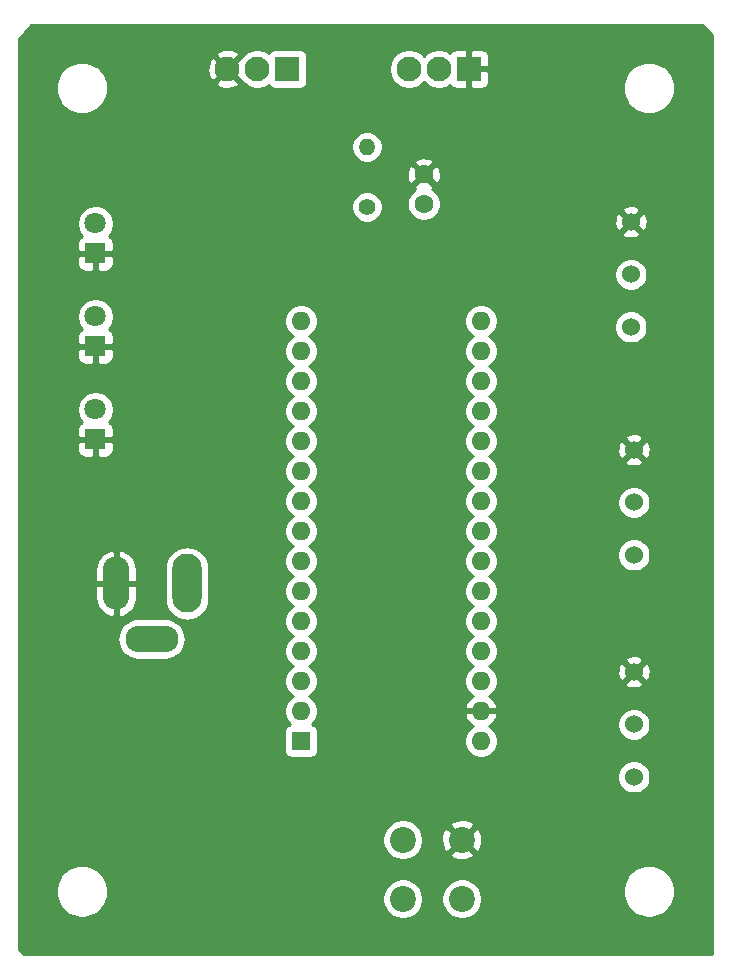
<source format=gbr>
G04 #@! TF.GenerationSoftware,KiCad,Pcbnew,(5.1.5)-3*
G04 #@! TF.CreationDate,2020-02-29T11:13:48-05:00*
G04 #@! TF.ProjectId,LED Control,4c454420-436f-46e7-9472-6f6c2e6b6963,rev?*
G04 #@! TF.SameCoordinates,Original*
G04 #@! TF.FileFunction,Copper,L2,Bot*
G04 #@! TF.FilePolarity,Positive*
%FSLAX46Y46*%
G04 Gerber Fmt 4.6, Leading zero omitted, Abs format (unit mm)*
G04 Created by KiCad (PCBNEW (5.1.5)-3) date 2020-02-29 11:13:48*
%MOMM*%
%LPD*%
G04 APERTURE LIST*
%ADD10C,2.100000*%
%ADD11R,2.100000X2.100000*%
%ADD12O,1.400000X1.400000*%
%ADD13C,1.400000*%
%ADD14R,1.600000X1.600000*%
%ADD15O,1.600000X1.600000*%
%ADD16C,1.600000*%
%ADD17R,1.800000X1.800000*%
%ADD18C,1.800000*%
%ADD19O,2.500000X5.000000*%
%ADD20O,2.250000X4.500000*%
%ADD21O,4.500000X2.250000*%
%ADD22C,1.524000*%
%ADD23C,2.200000*%
%ADD24C,0.800000*%
%ADD25C,0.254000*%
G04 APERTURE END LIST*
D10*
X138684000Y-64389000D03*
X141224000Y-64389000D03*
D11*
X143764000Y-64389000D03*
D10*
X123317000Y-64389000D03*
X125857000Y-64389000D03*
D11*
X128397000Y-64389000D03*
D12*
X135128000Y-70993000D03*
D13*
X135128000Y-76073000D03*
D14*
X129540000Y-121285000D03*
D15*
X144780000Y-88265000D03*
X129540000Y-118745000D03*
X144780000Y-90805000D03*
X129540000Y-116205000D03*
X144780000Y-93345000D03*
X129540000Y-113665000D03*
X144780000Y-95885000D03*
X129540000Y-111125000D03*
X144780000Y-98425000D03*
X129540000Y-108585000D03*
X144780000Y-100965000D03*
X129540000Y-106045000D03*
X144780000Y-103505000D03*
X129540000Y-103505000D03*
X144780000Y-106045000D03*
X129540000Y-100965000D03*
X144780000Y-108585000D03*
X129540000Y-98425000D03*
X144780000Y-111125000D03*
X129540000Y-95885000D03*
X144780000Y-113665000D03*
X129540000Y-93345000D03*
X144780000Y-116205000D03*
X129540000Y-90805000D03*
X144780000Y-118745000D03*
X129540000Y-88265000D03*
X144780000Y-121285000D03*
X129540000Y-85725000D03*
X144780000Y-85725000D03*
D16*
X139940500Y-75819000D03*
X139940500Y-73319000D03*
D17*
X112141000Y-95758000D03*
D18*
X112141000Y-93218000D03*
X112141000Y-85344000D03*
D17*
X112141000Y-87884000D03*
X112141000Y-80010000D03*
D18*
X112141000Y-77470000D03*
D19*
X119888000Y-107950000D03*
D20*
X113888000Y-107950000D03*
D21*
X116888000Y-112650000D03*
D22*
X157480000Y-86238000D03*
X157480000Y-81788000D03*
X157480000Y-77338000D03*
X157734000Y-96642000D03*
X157734000Y-101092000D03*
X157734000Y-105542000D03*
X157734000Y-115438000D03*
X157734000Y-119888000D03*
X157734000Y-124338000D03*
D23*
X143152500Y-129643500D03*
X138152500Y-129643500D03*
X143152500Y-134643500D03*
X138152500Y-134643500D03*
D24*
X109347000Y-121666000D03*
D25*
G36*
X164340000Y-61522606D02*
G01*
X164340001Y-139332560D01*
X164330702Y-139340000D01*
X106080432Y-139340000D01*
X105660000Y-138972122D01*
X105660000Y-133779872D01*
X108765000Y-133779872D01*
X108765000Y-134220128D01*
X108850890Y-134651925D01*
X109019369Y-135058669D01*
X109263962Y-135424729D01*
X109575271Y-135736038D01*
X109941331Y-135980631D01*
X110348075Y-136149110D01*
X110779872Y-136235000D01*
X111220128Y-136235000D01*
X111651925Y-136149110D01*
X112058669Y-135980631D01*
X112424729Y-135736038D01*
X112736038Y-135424729D01*
X112980631Y-135058669D01*
X113149110Y-134651925D01*
X113184776Y-134472617D01*
X136417500Y-134472617D01*
X136417500Y-134814383D01*
X136484175Y-135149581D01*
X136614963Y-135465331D01*
X136804837Y-135749498D01*
X137046502Y-135991163D01*
X137330669Y-136181037D01*
X137646419Y-136311825D01*
X137981617Y-136378500D01*
X138323383Y-136378500D01*
X138658581Y-136311825D01*
X138974331Y-136181037D01*
X139258498Y-135991163D01*
X139500163Y-135749498D01*
X139690037Y-135465331D01*
X139820825Y-135149581D01*
X139887500Y-134814383D01*
X139887500Y-134472617D01*
X141417500Y-134472617D01*
X141417500Y-134814383D01*
X141484175Y-135149581D01*
X141614963Y-135465331D01*
X141804837Y-135749498D01*
X142046502Y-135991163D01*
X142330669Y-136181037D01*
X142646419Y-136311825D01*
X142981617Y-136378500D01*
X143323383Y-136378500D01*
X143658581Y-136311825D01*
X143974331Y-136181037D01*
X144258498Y-135991163D01*
X144500163Y-135749498D01*
X144690037Y-135465331D01*
X144820825Y-135149581D01*
X144887500Y-134814383D01*
X144887500Y-134472617D01*
X144820825Y-134137419D01*
X144690037Y-133821669D01*
X144662110Y-133779872D01*
X156765000Y-133779872D01*
X156765000Y-134220128D01*
X156850890Y-134651925D01*
X157019369Y-135058669D01*
X157263962Y-135424729D01*
X157575271Y-135736038D01*
X157941331Y-135980631D01*
X158348075Y-136149110D01*
X158779872Y-136235000D01*
X159220128Y-136235000D01*
X159651925Y-136149110D01*
X160058669Y-135980631D01*
X160424729Y-135736038D01*
X160736038Y-135424729D01*
X160980631Y-135058669D01*
X161149110Y-134651925D01*
X161235000Y-134220128D01*
X161235000Y-133779872D01*
X161149110Y-133348075D01*
X160980631Y-132941331D01*
X160736038Y-132575271D01*
X160424729Y-132263962D01*
X160058669Y-132019369D01*
X159651925Y-131850890D01*
X159220128Y-131765000D01*
X158779872Y-131765000D01*
X158348075Y-131850890D01*
X157941331Y-132019369D01*
X157575271Y-132263962D01*
X157263962Y-132575271D01*
X157019369Y-132941331D01*
X156850890Y-133348075D01*
X156765000Y-133779872D01*
X144662110Y-133779872D01*
X144500163Y-133537502D01*
X144258498Y-133295837D01*
X143974331Y-133105963D01*
X143658581Y-132975175D01*
X143323383Y-132908500D01*
X142981617Y-132908500D01*
X142646419Y-132975175D01*
X142330669Y-133105963D01*
X142046502Y-133295837D01*
X141804837Y-133537502D01*
X141614963Y-133821669D01*
X141484175Y-134137419D01*
X141417500Y-134472617D01*
X139887500Y-134472617D01*
X139820825Y-134137419D01*
X139690037Y-133821669D01*
X139500163Y-133537502D01*
X139258498Y-133295837D01*
X138974331Y-133105963D01*
X138658581Y-132975175D01*
X138323383Y-132908500D01*
X137981617Y-132908500D01*
X137646419Y-132975175D01*
X137330669Y-133105963D01*
X137046502Y-133295837D01*
X136804837Y-133537502D01*
X136614963Y-133821669D01*
X136484175Y-134137419D01*
X136417500Y-134472617D01*
X113184776Y-134472617D01*
X113235000Y-134220128D01*
X113235000Y-133779872D01*
X113149110Y-133348075D01*
X112980631Y-132941331D01*
X112736038Y-132575271D01*
X112424729Y-132263962D01*
X112058669Y-132019369D01*
X111651925Y-131850890D01*
X111220128Y-131765000D01*
X110779872Y-131765000D01*
X110348075Y-131850890D01*
X109941331Y-132019369D01*
X109575271Y-132263962D01*
X109263962Y-132575271D01*
X109019369Y-132941331D01*
X108850890Y-133348075D01*
X108765000Y-133779872D01*
X105660000Y-133779872D01*
X105660000Y-129472617D01*
X136417500Y-129472617D01*
X136417500Y-129814383D01*
X136484175Y-130149581D01*
X136614963Y-130465331D01*
X136804837Y-130749498D01*
X137046502Y-130991163D01*
X137330669Y-131181037D01*
X137646419Y-131311825D01*
X137981617Y-131378500D01*
X138323383Y-131378500D01*
X138658581Y-131311825D01*
X138974331Y-131181037D01*
X139258498Y-130991163D01*
X139399449Y-130850212D01*
X142125393Y-130850212D01*
X142233226Y-131124838D01*
X142539884Y-131275716D01*
X142870085Y-131363869D01*
X143211139Y-131385909D01*
X143549939Y-131340989D01*
X143873466Y-131230836D01*
X144071774Y-131124838D01*
X144179607Y-130850212D01*
X143152500Y-129823105D01*
X142125393Y-130850212D01*
X139399449Y-130850212D01*
X139500163Y-130749498D01*
X139690037Y-130465331D01*
X139820825Y-130149581D01*
X139887500Y-129814383D01*
X139887500Y-129702139D01*
X141410091Y-129702139D01*
X141455011Y-130040939D01*
X141565164Y-130364466D01*
X141671162Y-130562774D01*
X141945788Y-130670607D01*
X142972895Y-129643500D01*
X143332105Y-129643500D01*
X144359212Y-130670607D01*
X144633838Y-130562774D01*
X144784716Y-130256116D01*
X144872869Y-129925915D01*
X144894909Y-129584861D01*
X144849989Y-129246061D01*
X144739836Y-128922534D01*
X144633838Y-128724226D01*
X144359212Y-128616393D01*
X143332105Y-129643500D01*
X142972895Y-129643500D01*
X141945788Y-128616393D01*
X141671162Y-128724226D01*
X141520284Y-129030884D01*
X141432131Y-129361085D01*
X141410091Y-129702139D01*
X139887500Y-129702139D01*
X139887500Y-129472617D01*
X139820825Y-129137419D01*
X139690037Y-128821669D01*
X139500163Y-128537502D01*
X139399449Y-128436788D01*
X142125393Y-128436788D01*
X143152500Y-129463895D01*
X144179607Y-128436788D01*
X144071774Y-128162162D01*
X143765116Y-128011284D01*
X143434915Y-127923131D01*
X143093861Y-127901091D01*
X142755061Y-127946011D01*
X142431534Y-128056164D01*
X142233226Y-128162162D01*
X142125393Y-128436788D01*
X139399449Y-128436788D01*
X139258498Y-128295837D01*
X138974331Y-128105963D01*
X138658581Y-127975175D01*
X138323383Y-127908500D01*
X137981617Y-127908500D01*
X137646419Y-127975175D01*
X137330669Y-128105963D01*
X137046502Y-128295837D01*
X136804837Y-128537502D01*
X136614963Y-128821669D01*
X136484175Y-129137419D01*
X136417500Y-129472617D01*
X105660000Y-129472617D01*
X105660000Y-124200408D01*
X156337000Y-124200408D01*
X156337000Y-124475592D01*
X156390686Y-124745490D01*
X156495995Y-124999727D01*
X156648880Y-125228535D01*
X156843465Y-125423120D01*
X157072273Y-125576005D01*
X157326510Y-125681314D01*
X157596408Y-125735000D01*
X157871592Y-125735000D01*
X158141490Y-125681314D01*
X158395727Y-125576005D01*
X158624535Y-125423120D01*
X158819120Y-125228535D01*
X158972005Y-124999727D01*
X159077314Y-124745490D01*
X159131000Y-124475592D01*
X159131000Y-124200408D01*
X159077314Y-123930510D01*
X158972005Y-123676273D01*
X158819120Y-123447465D01*
X158624535Y-123252880D01*
X158395727Y-123099995D01*
X158141490Y-122994686D01*
X157871592Y-122941000D01*
X157596408Y-122941000D01*
X157326510Y-122994686D01*
X157072273Y-123099995D01*
X156843465Y-123252880D01*
X156648880Y-123447465D01*
X156495995Y-123676273D01*
X156390686Y-123930510D01*
X156337000Y-124200408D01*
X105660000Y-124200408D01*
X105660000Y-120485000D01*
X128101928Y-120485000D01*
X128101928Y-122085000D01*
X128114188Y-122209482D01*
X128150498Y-122329180D01*
X128209463Y-122439494D01*
X128288815Y-122536185D01*
X128385506Y-122615537D01*
X128495820Y-122674502D01*
X128615518Y-122710812D01*
X128740000Y-122723072D01*
X130340000Y-122723072D01*
X130464482Y-122710812D01*
X130584180Y-122674502D01*
X130694494Y-122615537D01*
X130791185Y-122536185D01*
X130870537Y-122439494D01*
X130929502Y-122329180D01*
X130965812Y-122209482D01*
X130978072Y-122085000D01*
X130978072Y-121143665D01*
X143345000Y-121143665D01*
X143345000Y-121426335D01*
X143400147Y-121703574D01*
X143508320Y-121964727D01*
X143665363Y-122199759D01*
X143865241Y-122399637D01*
X144100273Y-122556680D01*
X144361426Y-122664853D01*
X144638665Y-122720000D01*
X144921335Y-122720000D01*
X145198574Y-122664853D01*
X145459727Y-122556680D01*
X145694759Y-122399637D01*
X145894637Y-122199759D01*
X146051680Y-121964727D01*
X146159853Y-121703574D01*
X146215000Y-121426335D01*
X146215000Y-121143665D01*
X146159853Y-120866426D01*
X146051680Y-120605273D01*
X145894637Y-120370241D01*
X145694759Y-120170363D01*
X145459727Y-120013320D01*
X145449135Y-120008933D01*
X145635131Y-119897385D01*
X145797210Y-119750408D01*
X156337000Y-119750408D01*
X156337000Y-120025592D01*
X156390686Y-120295490D01*
X156495995Y-120549727D01*
X156648880Y-120778535D01*
X156843465Y-120973120D01*
X157072273Y-121126005D01*
X157326510Y-121231314D01*
X157596408Y-121285000D01*
X157871592Y-121285000D01*
X158141490Y-121231314D01*
X158395727Y-121126005D01*
X158624535Y-120973120D01*
X158819120Y-120778535D01*
X158972005Y-120549727D01*
X159077314Y-120295490D01*
X159131000Y-120025592D01*
X159131000Y-119750408D01*
X159077314Y-119480510D01*
X158972005Y-119226273D01*
X158819120Y-118997465D01*
X158624535Y-118802880D01*
X158395727Y-118649995D01*
X158141490Y-118544686D01*
X157871592Y-118491000D01*
X157596408Y-118491000D01*
X157326510Y-118544686D01*
X157072273Y-118649995D01*
X156843465Y-118802880D01*
X156648880Y-118997465D01*
X156495995Y-119226273D01*
X156390686Y-119480510D01*
X156337000Y-119750408D01*
X145797210Y-119750408D01*
X145843519Y-119708414D01*
X146011037Y-119482420D01*
X146131246Y-119228087D01*
X146171904Y-119094039D01*
X146049915Y-118872000D01*
X144907000Y-118872000D01*
X144907000Y-118892000D01*
X144653000Y-118892000D01*
X144653000Y-118872000D01*
X143510085Y-118872000D01*
X143388096Y-119094039D01*
X143428754Y-119228087D01*
X143548963Y-119482420D01*
X143716481Y-119708414D01*
X143924869Y-119897385D01*
X144110865Y-120008933D01*
X144100273Y-120013320D01*
X143865241Y-120170363D01*
X143665363Y-120370241D01*
X143508320Y-120605273D01*
X143400147Y-120866426D01*
X143345000Y-121143665D01*
X130978072Y-121143665D01*
X130978072Y-120485000D01*
X130965812Y-120360518D01*
X130929502Y-120240820D01*
X130870537Y-120130506D01*
X130791185Y-120033815D01*
X130694494Y-119954463D01*
X130584180Y-119895498D01*
X130464482Y-119859188D01*
X130456039Y-119858357D01*
X130654637Y-119659759D01*
X130811680Y-119424727D01*
X130919853Y-119163574D01*
X130975000Y-118886335D01*
X130975000Y-118603665D01*
X130919853Y-118326426D01*
X130811680Y-118065273D01*
X130654637Y-117830241D01*
X130454759Y-117630363D01*
X130222241Y-117475000D01*
X130454759Y-117319637D01*
X130654637Y-117119759D01*
X130811680Y-116884727D01*
X130919853Y-116623574D01*
X130975000Y-116346335D01*
X130975000Y-116063665D01*
X130919853Y-115786426D01*
X130811680Y-115525273D01*
X130654637Y-115290241D01*
X130454759Y-115090363D01*
X130222241Y-114935000D01*
X130454759Y-114779637D01*
X130654637Y-114579759D01*
X130811680Y-114344727D01*
X130919853Y-114083574D01*
X130975000Y-113806335D01*
X130975000Y-113523665D01*
X130919853Y-113246426D01*
X130811680Y-112985273D01*
X130654637Y-112750241D01*
X130454759Y-112550363D01*
X130222241Y-112395000D01*
X130454759Y-112239637D01*
X130654637Y-112039759D01*
X130811680Y-111804727D01*
X130919853Y-111543574D01*
X130975000Y-111266335D01*
X130975000Y-110983665D01*
X130919853Y-110706426D01*
X130811680Y-110445273D01*
X130654637Y-110210241D01*
X130454759Y-110010363D01*
X130222241Y-109855000D01*
X130454759Y-109699637D01*
X130654637Y-109499759D01*
X130811680Y-109264727D01*
X130919853Y-109003574D01*
X130975000Y-108726335D01*
X130975000Y-108443665D01*
X130919853Y-108166426D01*
X130811680Y-107905273D01*
X130654637Y-107670241D01*
X130454759Y-107470363D01*
X130222241Y-107315000D01*
X130454759Y-107159637D01*
X130654637Y-106959759D01*
X130811680Y-106724727D01*
X130919853Y-106463574D01*
X130975000Y-106186335D01*
X130975000Y-105903665D01*
X130919853Y-105626426D01*
X130811680Y-105365273D01*
X130654637Y-105130241D01*
X130454759Y-104930363D01*
X130222241Y-104775000D01*
X130454759Y-104619637D01*
X130654637Y-104419759D01*
X130811680Y-104184727D01*
X130919853Y-103923574D01*
X130975000Y-103646335D01*
X130975000Y-103363665D01*
X130919853Y-103086426D01*
X130811680Y-102825273D01*
X130654637Y-102590241D01*
X130454759Y-102390363D01*
X130222241Y-102235000D01*
X130454759Y-102079637D01*
X130654637Y-101879759D01*
X130811680Y-101644727D01*
X130919853Y-101383574D01*
X130975000Y-101106335D01*
X130975000Y-100823665D01*
X130919853Y-100546426D01*
X130811680Y-100285273D01*
X130654637Y-100050241D01*
X130454759Y-99850363D01*
X130222241Y-99695000D01*
X130454759Y-99539637D01*
X130654637Y-99339759D01*
X130811680Y-99104727D01*
X130919853Y-98843574D01*
X130975000Y-98566335D01*
X130975000Y-98283665D01*
X130919853Y-98006426D01*
X130811680Y-97745273D01*
X130654637Y-97510241D01*
X130454759Y-97310363D01*
X130222241Y-97155000D01*
X130454759Y-96999637D01*
X130654637Y-96799759D01*
X130811680Y-96564727D01*
X130919853Y-96303574D01*
X130975000Y-96026335D01*
X130975000Y-95743665D01*
X130919853Y-95466426D01*
X130811680Y-95205273D01*
X130654637Y-94970241D01*
X130454759Y-94770363D01*
X130222241Y-94615000D01*
X130454759Y-94459637D01*
X130654637Y-94259759D01*
X130811680Y-94024727D01*
X130919853Y-93763574D01*
X130975000Y-93486335D01*
X130975000Y-93203665D01*
X130919853Y-92926426D01*
X130811680Y-92665273D01*
X130654637Y-92430241D01*
X130454759Y-92230363D01*
X130222241Y-92075000D01*
X130454759Y-91919637D01*
X130654637Y-91719759D01*
X130811680Y-91484727D01*
X130919853Y-91223574D01*
X130975000Y-90946335D01*
X130975000Y-90663665D01*
X130919853Y-90386426D01*
X130811680Y-90125273D01*
X130654637Y-89890241D01*
X130454759Y-89690363D01*
X130222241Y-89535000D01*
X130454759Y-89379637D01*
X130654637Y-89179759D01*
X130811680Y-88944727D01*
X130919853Y-88683574D01*
X130975000Y-88406335D01*
X130975000Y-88123665D01*
X130919853Y-87846426D01*
X130811680Y-87585273D01*
X130654637Y-87350241D01*
X130454759Y-87150363D01*
X130222241Y-86995000D01*
X130454759Y-86839637D01*
X130654637Y-86639759D01*
X130811680Y-86404727D01*
X130919853Y-86143574D01*
X130975000Y-85866335D01*
X130975000Y-85583665D01*
X143345000Y-85583665D01*
X143345000Y-85866335D01*
X143400147Y-86143574D01*
X143508320Y-86404727D01*
X143665363Y-86639759D01*
X143865241Y-86839637D01*
X144097759Y-86995000D01*
X143865241Y-87150363D01*
X143665363Y-87350241D01*
X143508320Y-87585273D01*
X143400147Y-87846426D01*
X143345000Y-88123665D01*
X143345000Y-88406335D01*
X143400147Y-88683574D01*
X143508320Y-88944727D01*
X143665363Y-89179759D01*
X143865241Y-89379637D01*
X144097759Y-89535000D01*
X143865241Y-89690363D01*
X143665363Y-89890241D01*
X143508320Y-90125273D01*
X143400147Y-90386426D01*
X143345000Y-90663665D01*
X143345000Y-90946335D01*
X143400147Y-91223574D01*
X143508320Y-91484727D01*
X143665363Y-91719759D01*
X143865241Y-91919637D01*
X144097759Y-92075000D01*
X143865241Y-92230363D01*
X143665363Y-92430241D01*
X143508320Y-92665273D01*
X143400147Y-92926426D01*
X143345000Y-93203665D01*
X143345000Y-93486335D01*
X143400147Y-93763574D01*
X143508320Y-94024727D01*
X143665363Y-94259759D01*
X143865241Y-94459637D01*
X144097759Y-94615000D01*
X143865241Y-94770363D01*
X143665363Y-94970241D01*
X143508320Y-95205273D01*
X143400147Y-95466426D01*
X143345000Y-95743665D01*
X143345000Y-96026335D01*
X143400147Y-96303574D01*
X143508320Y-96564727D01*
X143665363Y-96799759D01*
X143865241Y-96999637D01*
X144097759Y-97155000D01*
X143865241Y-97310363D01*
X143665363Y-97510241D01*
X143508320Y-97745273D01*
X143400147Y-98006426D01*
X143345000Y-98283665D01*
X143345000Y-98566335D01*
X143400147Y-98843574D01*
X143508320Y-99104727D01*
X143665363Y-99339759D01*
X143865241Y-99539637D01*
X144097759Y-99695000D01*
X143865241Y-99850363D01*
X143665363Y-100050241D01*
X143508320Y-100285273D01*
X143400147Y-100546426D01*
X143345000Y-100823665D01*
X143345000Y-101106335D01*
X143400147Y-101383574D01*
X143508320Y-101644727D01*
X143665363Y-101879759D01*
X143865241Y-102079637D01*
X144097759Y-102235000D01*
X143865241Y-102390363D01*
X143665363Y-102590241D01*
X143508320Y-102825273D01*
X143400147Y-103086426D01*
X143345000Y-103363665D01*
X143345000Y-103646335D01*
X143400147Y-103923574D01*
X143508320Y-104184727D01*
X143665363Y-104419759D01*
X143865241Y-104619637D01*
X144097759Y-104775000D01*
X143865241Y-104930363D01*
X143665363Y-105130241D01*
X143508320Y-105365273D01*
X143400147Y-105626426D01*
X143345000Y-105903665D01*
X143345000Y-106186335D01*
X143400147Y-106463574D01*
X143508320Y-106724727D01*
X143665363Y-106959759D01*
X143865241Y-107159637D01*
X144097759Y-107315000D01*
X143865241Y-107470363D01*
X143665363Y-107670241D01*
X143508320Y-107905273D01*
X143400147Y-108166426D01*
X143345000Y-108443665D01*
X143345000Y-108726335D01*
X143400147Y-109003574D01*
X143508320Y-109264727D01*
X143665363Y-109499759D01*
X143865241Y-109699637D01*
X144097759Y-109855000D01*
X143865241Y-110010363D01*
X143665363Y-110210241D01*
X143508320Y-110445273D01*
X143400147Y-110706426D01*
X143345000Y-110983665D01*
X143345000Y-111266335D01*
X143400147Y-111543574D01*
X143508320Y-111804727D01*
X143665363Y-112039759D01*
X143865241Y-112239637D01*
X144097759Y-112395000D01*
X143865241Y-112550363D01*
X143665363Y-112750241D01*
X143508320Y-112985273D01*
X143400147Y-113246426D01*
X143345000Y-113523665D01*
X143345000Y-113806335D01*
X143400147Y-114083574D01*
X143508320Y-114344727D01*
X143665363Y-114579759D01*
X143865241Y-114779637D01*
X144097759Y-114935000D01*
X143865241Y-115090363D01*
X143665363Y-115290241D01*
X143508320Y-115525273D01*
X143400147Y-115786426D01*
X143345000Y-116063665D01*
X143345000Y-116346335D01*
X143400147Y-116623574D01*
X143508320Y-116884727D01*
X143665363Y-117119759D01*
X143865241Y-117319637D01*
X144100273Y-117476680D01*
X144110865Y-117481067D01*
X143924869Y-117592615D01*
X143716481Y-117781586D01*
X143548963Y-118007580D01*
X143428754Y-118261913D01*
X143388096Y-118395961D01*
X143510085Y-118618000D01*
X144653000Y-118618000D01*
X144653000Y-118598000D01*
X144907000Y-118598000D01*
X144907000Y-118618000D01*
X146049915Y-118618000D01*
X146171904Y-118395961D01*
X146131246Y-118261913D01*
X146011037Y-118007580D01*
X145843519Y-117781586D01*
X145635131Y-117592615D01*
X145449135Y-117481067D01*
X145459727Y-117476680D01*
X145694759Y-117319637D01*
X145894637Y-117119759D01*
X146051680Y-116884727D01*
X146159853Y-116623574D01*
X146203616Y-116403565D01*
X156948040Y-116403565D01*
X157015020Y-116643656D01*
X157264048Y-116760756D01*
X157531135Y-116827023D01*
X157806017Y-116839910D01*
X158078133Y-116798922D01*
X158337023Y-116705636D01*
X158452980Y-116643656D01*
X158519960Y-116403565D01*
X157734000Y-115617605D01*
X156948040Y-116403565D01*
X146203616Y-116403565D01*
X146215000Y-116346335D01*
X146215000Y-116063665D01*
X146159853Y-115786426D01*
X146051680Y-115525273D01*
X146041487Y-115510017D01*
X156332090Y-115510017D01*
X156373078Y-115782133D01*
X156466364Y-116041023D01*
X156528344Y-116156980D01*
X156768435Y-116223960D01*
X157554395Y-115438000D01*
X157913605Y-115438000D01*
X158699565Y-116223960D01*
X158939656Y-116156980D01*
X159056756Y-115907952D01*
X159123023Y-115640865D01*
X159135910Y-115365983D01*
X159094922Y-115093867D01*
X159001636Y-114834977D01*
X158939656Y-114719020D01*
X158699565Y-114652040D01*
X157913605Y-115438000D01*
X157554395Y-115438000D01*
X156768435Y-114652040D01*
X156528344Y-114719020D01*
X156411244Y-114968048D01*
X156344977Y-115235135D01*
X156332090Y-115510017D01*
X146041487Y-115510017D01*
X145894637Y-115290241D01*
X145694759Y-115090363D01*
X145462241Y-114935000D01*
X145694759Y-114779637D01*
X145894637Y-114579759D01*
X145966348Y-114472435D01*
X156948040Y-114472435D01*
X157734000Y-115258395D01*
X158519960Y-114472435D01*
X158452980Y-114232344D01*
X158203952Y-114115244D01*
X157936865Y-114048977D01*
X157661983Y-114036090D01*
X157389867Y-114077078D01*
X157130977Y-114170364D01*
X157015020Y-114232344D01*
X156948040Y-114472435D01*
X145966348Y-114472435D01*
X146051680Y-114344727D01*
X146159853Y-114083574D01*
X146215000Y-113806335D01*
X146215000Y-113523665D01*
X146159853Y-113246426D01*
X146051680Y-112985273D01*
X145894637Y-112750241D01*
X145694759Y-112550363D01*
X145462241Y-112395000D01*
X145694759Y-112239637D01*
X145894637Y-112039759D01*
X146051680Y-111804727D01*
X146159853Y-111543574D01*
X146215000Y-111266335D01*
X146215000Y-110983665D01*
X146159853Y-110706426D01*
X146051680Y-110445273D01*
X145894637Y-110210241D01*
X145694759Y-110010363D01*
X145462241Y-109855000D01*
X145694759Y-109699637D01*
X145894637Y-109499759D01*
X146051680Y-109264727D01*
X146159853Y-109003574D01*
X146215000Y-108726335D01*
X146215000Y-108443665D01*
X146159853Y-108166426D01*
X146051680Y-107905273D01*
X145894637Y-107670241D01*
X145694759Y-107470363D01*
X145462241Y-107315000D01*
X145694759Y-107159637D01*
X145894637Y-106959759D01*
X146051680Y-106724727D01*
X146159853Y-106463574D01*
X146215000Y-106186335D01*
X146215000Y-105903665D01*
X146159853Y-105626426D01*
X146067891Y-105404408D01*
X156337000Y-105404408D01*
X156337000Y-105679592D01*
X156390686Y-105949490D01*
X156495995Y-106203727D01*
X156648880Y-106432535D01*
X156843465Y-106627120D01*
X157072273Y-106780005D01*
X157326510Y-106885314D01*
X157596408Y-106939000D01*
X157871592Y-106939000D01*
X158141490Y-106885314D01*
X158395727Y-106780005D01*
X158624535Y-106627120D01*
X158819120Y-106432535D01*
X158972005Y-106203727D01*
X159077314Y-105949490D01*
X159131000Y-105679592D01*
X159131000Y-105404408D01*
X159077314Y-105134510D01*
X158972005Y-104880273D01*
X158819120Y-104651465D01*
X158624535Y-104456880D01*
X158395727Y-104303995D01*
X158141490Y-104198686D01*
X157871592Y-104145000D01*
X157596408Y-104145000D01*
X157326510Y-104198686D01*
X157072273Y-104303995D01*
X156843465Y-104456880D01*
X156648880Y-104651465D01*
X156495995Y-104880273D01*
X156390686Y-105134510D01*
X156337000Y-105404408D01*
X146067891Y-105404408D01*
X146051680Y-105365273D01*
X145894637Y-105130241D01*
X145694759Y-104930363D01*
X145462241Y-104775000D01*
X145694759Y-104619637D01*
X145894637Y-104419759D01*
X146051680Y-104184727D01*
X146159853Y-103923574D01*
X146215000Y-103646335D01*
X146215000Y-103363665D01*
X146159853Y-103086426D01*
X146051680Y-102825273D01*
X145894637Y-102590241D01*
X145694759Y-102390363D01*
X145462241Y-102235000D01*
X145694759Y-102079637D01*
X145894637Y-101879759D01*
X146051680Y-101644727D01*
X146159853Y-101383574D01*
X146215000Y-101106335D01*
X146215000Y-100954408D01*
X156337000Y-100954408D01*
X156337000Y-101229592D01*
X156390686Y-101499490D01*
X156495995Y-101753727D01*
X156648880Y-101982535D01*
X156843465Y-102177120D01*
X157072273Y-102330005D01*
X157326510Y-102435314D01*
X157596408Y-102489000D01*
X157871592Y-102489000D01*
X158141490Y-102435314D01*
X158395727Y-102330005D01*
X158624535Y-102177120D01*
X158819120Y-101982535D01*
X158972005Y-101753727D01*
X159077314Y-101499490D01*
X159131000Y-101229592D01*
X159131000Y-100954408D01*
X159077314Y-100684510D01*
X158972005Y-100430273D01*
X158819120Y-100201465D01*
X158624535Y-100006880D01*
X158395727Y-99853995D01*
X158141490Y-99748686D01*
X157871592Y-99695000D01*
X157596408Y-99695000D01*
X157326510Y-99748686D01*
X157072273Y-99853995D01*
X156843465Y-100006880D01*
X156648880Y-100201465D01*
X156495995Y-100430273D01*
X156390686Y-100684510D01*
X156337000Y-100954408D01*
X146215000Y-100954408D01*
X146215000Y-100823665D01*
X146159853Y-100546426D01*
X146051680Y-100285273D01*
X145894637Y-100050241D01*
X145694759Y-99850363D01*
X145462241Y-99695000D01*
X145694759Y-99539637D01*
X145894637Y-99339759D01*
X146051680Y-99104727D01*
X146159853Y-98843574D01*
X146215000Y-98566335D01*
X146215000Y-98283665D01*
X146159853Y-98006426D01*
X146051680Y-97745273D01*
X145959667Y-97607565D01*
X156948040Y-97607565D01*
X157015020Y-97847656D01*
X157264048Y-97964756D01*
X157531135Y-98031023D01*
X157806017Y-98043910D01*
X158078133Y-98002922D01*
X158337023Y-97909636D01*
X158452980Y-97847656D01*
X158519960Y-97607565D01*
X157734000Y-96821605D01*
X156948040Y-97607565D01*
X145959667Y-97607565D01*
X145894637Y-97510241D01*
X145694759Y-97310363D01*
X145462241Y-97155000D01*
X145694759Y-96999637D01*
X145894637Y-96799759D01*
X145951927Y-96714017D01*
X156332090Y-96714017D01*
X156373078Y-96986133D01*
X156466364Y-97245023D01*
X156528344Y-97360980D01*
X156768435Y-97427960D01*
X157554395Y-96642000D01*
X157913605Y-96642000D01*
X158699565Y-97427960D01*
X158939656Y-97360980D01*
X159056756Y-97111952D01*
X159123023Y-96844865D01*
X159135910Y-96569983D01*
X159094922Y-96297867D01*
X159001636Y-96038977D01*
X158939656Y-95923020D01*
X158699565Y-95856040D01*
X157913605Y-96642000D01*
X157554395Y-96642000D01*
X156768435Y-95856040D01*
X156528344Y-95923020D01*
X156411244Y-96172048D01*
X156344977Y-96439135D01*
X156332090Y-96714017D01*
X145951927Y-96714017D01*
X146051680Y-96564727D01*
X146159853Y-96303574D01*
X146215000Y-96026335D01*
X146215000Y-95743665D01*
X146201627Y-95676435D01*
X156948040Y-95676435D01*
X157734000Y-96462395D01*
X158519960Y-95676435D01*
X158452980Y-95436344D01*
X158203952Y-95319244D01*
X157936865Y-95252977D01*
X157661983Y-95240090D01*
X157389867Y-95281078D01*
X157130977Y-95374364D01*
X157015020Y-95436344D01*
X156948040Y-95676435D01*
X146201627Y-95676435D01*
X146159853Y-95466426D01*
X146051680Y-95205273D01*
X145894637Y-94970241D01*
X145694759Y-94770363D01*
X145462241Y-94615000D01*
X145694759Y-94459637D01*
X145894637Y-94259759D01*
X146051680Y-94024727D01*
X146159853Y-93763574D01*
X146215000Y-93486335D01*
X146215000Y-93203665D01*
X146159853Y-92926426D01*
X146051680Y-92665273D01*
X145894637Y-92430241D01*
X145694759Y-92230363D01*
X145462241Y-92075000D01*
X145694759Y-91919637D01*
X145894637Y-91719759D01*
X146051680Y-91484727D01*
X146159853Y-91223574D01*
X146215000Y-90946335D01*
X146215000Y-90663665D01*
X146159853Y-90386426D01*
X146051680Y-90125273D01*
X145894637Y-89890241D01*
X145694759Y-89690363D01*
X145462241Y-89535000D01*
X145694759Y-89379637D01*
X145894637Y-89179759D01*
X146051680Y-88944727D01*
X146159853Y-88683574D01*
X146215000Y-88406335D01*
X146215000Y-88123665D01*
X146159853Y-87846426D01*
X146051680Y-87585273D01*
X145894637Y-87350241D01*
X145694759Y-87150363D01*
X145462241Y-86995000D01*
X145694759Y-86839637D01*
X145894637Y-86639759D01*
X146051680Y-86404727D01*
X146159853Y-86143574D01*
X146168439Y-86100408D01*
X156083000Y-86100408D01*
X156083000Y-86375592D01*
X156136686Y-86645490D01*
X156241995Y-86899727D01*
X156394880Y-87128535D01*
X156589465Y-87323120D01*
X156818273Y-87476005D01*
X157072510Y-87581314D01*
X157342408Y-87635000D01*
X157617592Y-87635000D01*
X157887490Y-87581314D01*
X158141727Y-87476005D01*
X158370535Y-87323120D01*
X158565120Y-87128535D01*
X158718005Y-86899727D01*
X158823314Y-86645490D01*
X158877000Y-86375592D01*
X158877000Y-86100408D01*
X158823314Y-85830510D01*
X158718005Y-85576273D01*
X158565120Y-85347465D01*
X158370535Y-85152880D01*
X158141727Y-84999995D01*
X157887490Y-84894686D01*
X157617592Y-84841000D01*
X157342408Y-84841000D01*
X157072510Y-84894686D01*
X156818273Y-84999995D01*
X156589465Y-85152880D01*
X156394880Y-85347465D01*
X156241995Y-85576273D01*
X156136686Y-85830510D01*
X156083000Y-86100408D01*
X146168439Y-86100408D01*
X146215000Y-85866335D01*
X146215000Y-85583665D01*
X146159853Y-85306426D01*
X146051680Y-85045273D01*
X145894637Y-84810241D01*
X145694759Y-84610363D01*
X145459727Y-84453320D01*
X145198574Y-84345147D01*
X144921335Y-84290000D01*
X144638665Y-84290000D01*
X144361426Y-84345147D01*
X144100273Y-84453320D01*
X143865241Y-84610363D01*
X143665363Y-84810241D01*
X143508320Y-85045273D01*
X143400147Y-85306426D01*
X143345000Y-85583665D01*
X130975000Y-85583665D01*
X130919853Y-85306426D01*
X130811680Y-85045273D01*
X130654637Y-84810241D01*
X130454759Y-84610363D01*
X130219727Y-84453320D01*
X129958574Y-84345147D01*
X129681335Y-84290000D01*
X129398665Y-84290000D01*
X129121426Y-84345147D01*
X128860273Y-84453320D01*
X128625241Y-84610363D01*
X128425363Y-84810241D01*
X128268320Y-85045273D01*
X128160147Y-85306426D01*
X128105000Y-85583665D01*
X128105000Y-85866335D01*
X128160147Y-86143574D01*
X128268320Y-86404727D01*
X128425363Y-86639759D01*
X128625241Y-86839637D01*
X128857759Y-86995000D01*
X128625241Y-87150363D01*
X128425363Y-87350241D01*
X128268320Y-87585273D01*
X128160147Y-87846426D01*
X128105000Y-88123665D01*
X128105000Y-88406335D01*
X128160147Y-88683574D01*
X128268320Y-88944727D01*
X128425363Y-89179759D01*
X128625241Y-89379637D01*
X128857759Y-89535000D01*
X128625241Y-89690363D01*
X128425363Y-89890241D01*
X128268320Y-90125273D01*
X128160147Y-90386426D01*
X128105000Y-90663665D01*
X128105000Y-90946335D01*
X128160147Y-91223574D01*
X128268320Y-91484727D01*
X128425363Y-91719759D01*
X128625241Y-91919637D01*
X128857759Y-92075000D01*
X128625241Y-92230363D01*
X128425363Y-92430241D01*
X128268320Y-92665273D01*
X128160147Y-92926426D01*
X128105000Y-93203665D01*
X128105000Y-93486335D01*
X128160147Y-93763574D01*
X128268320Y-94024727D01*
X128425363Y-94259759D01*
X128625241Y-94459637D01*
X128857759Y-94615000D01*
X128625241Y-94770363D01*
X128425363Y-94970241D01*
X128268320Y-95205273D01*
X128160147Y-95466426D01*
X128105000Y-95743665D01*
X128105000Y-96026335D01*
X128160147Y-96303574D01*
X128268320Y-96564727D01*
X128425363Y-96799759D01*
X128625241Y-96999637D01*
X128857759Y-97155000D01*
X128625241Y-97310363D01*
X128425363Y-97510241D01*
X128268320Y-97745273D01*
X128160147Y-98006426D01*
X128105000Y-98283665D01*
X128105000Y-98566335D01*
X128160147Y-98843574D01*
X128268320Y-99104727D01*
X128425363Y-99339759D01*
X128625241Y-99539637D01*
X128857759Y-99695000D01*
X128625241Y-99850363D01*
X128425363Y-100050241D01*
X128268320Y-100285273D01*
X128160147Y-100546426D01*
X128105000Y-100823665D01*
X128105000Y-101106335D01*
X128160147Y-101383574D01*
X128268320Y-101644727D01*
X128425363Y-101879759D01*
X128625241Y-102079637D01*
X128857759Y-102235000D01*
X128625241Y-102390363D01*
X128425363Y-102590241D01*
X128268320Y-102825273D01*
X128160147Y-103086426D01*
X128105000Y-103363665D01*
X128105000Y-103646335D01*
X128160147Y-103923574D01*
X128268320Y-104184727D01*
X128425363Y-104419759D01*
X128625241Y-104619637D01*
X128857759Y-104775000D01*
X128625241Y-104930363D01*
X128425363Y-105130241D01*
X128268320Y-105365273D01*
X128160147Y-105626426D01*
X128105000Y-105903665D01*
X128105000Y-106186335D01*
X128160147Y-106463574D01*
X128268320Y-106724727D01*
X128425363Y-106959759D01*
X128625241Y-107159637D01*
X128857759Y-107315000D01*
X128625241Y-107470363D01*
X128425363Y-107670241D01*
X128268320Y-107905273D01*
X128160147Y-108166426D01*
X128105000Y-108443665D01*
X128105000Y-108726335D01*
X128160147Y-109003574D01*
X128268320Y-109264727D01*
X128425363Y-109499759D01*
X128625241Y-109699637D01*
X128857759Y-109855000D01*
X128625241Y-110010363D01*
X128425363Y-110210241D01*
X128268320Y-110445273D01*
X128160147Y-110706426D01*
X128105000Y-110983665D01*
X128105000Y-111266335D01*
X128160147Y-111543574D01*
X128268320Y-111804727D01*
X128425363Y-112039759D01*
X128625241Y-112239637D01*
X128857759Y-112395000D01*
X128625241Y-112550363D01*
X128425363Y-112750241D01*
X128268320Y-112985273D01*
X128160147Y-113246426D01*
X128105000Y-113523665D01*
X128105000Y-113806335D01*
X128160147Y-114083574D01*
X128268320Y-114344727D01*
X128425363Y-114579759D01*
X128625241Y-114779637D01*
X128857759Y-114935000D01*
X128625241Y-115090363D01*
X128425363Y-115290241D01*
X128268320Y-115525273D01*
X128160147Y-115786426D01*
X128105000Y-116063665D01*
X128105000Y-116346335D01*
X128160147Y-116623574D01*
X128268320Y-116884727D01*
X128425363Y-117119759D01*
X128625241Y-117319637D01*
X128857759Y-117475000D01*
X128625241Y-117630363D01*
X128425363Y-117830241D01*
X128268320Y-118065273D01*
X128160147Y-118326426D01*
X128105000Y-118603665D01*
X128105000Y-118886335D01*
X128160147Y-119163574D01*
X128268320Y-119424727D01*
X128425363Y-119659759D01*
X128623961Y-119858357D01*
X128615518Y-119859188D01*
X128495820Y-119895498D01*
X128385506Y-119954463D01*
X128288815Y-120033815D01*
X128209463Y-120130506D01*
X128150498Y-120240820D01*
X128114188Y-120360518D01*
X128101928Y-120485000D01*
X105660000Y-120485000D01*
X105660000Y-112650000D01*
X113994485Y-112650000D01*
X114028467Y-112995020D01*
X114129105Y-113326781D01*
X114292534Y-113632534D01*
X114512471Y-113900529D01*
X114780466Y-114120466D01*
X115086219Y-114283895D01*
X115417980Y-114384533D01*
X115676547Y-114410000D01*
X118099453Y-114410000D01*
X118358020Y-114384533D01*
X118689781Y-114283895D01*
X118995534Y-114120466D01*
X119263529Y-113900529D01*
X119483466Y-113632534D01*
X119646895Y-113326781D01*
X119747533Y-112995020D01*
X119781515Y-112650000D01*
X119747533Y-112304980D01*
X119646895Y-111973219D01*
X119483466Y-111667466D01*
X119263529Y-111399471D01*
X118995534Y-111179534D01*
X118689781Y-111016105D01*
X118358020Y-110915467D01*
X118099453Y-110890000D01*
X115676547Y-110890000D01*
X115417980Y-110915467D01*
X115086219Y-111016105D01*
X114780466Y-111179534D01*
X114512471Y-111399471D01*
X114292534Y-111667466D01*
X114129105Y-111973219D01*
X114028467Y-112304980D01*
X113994485Y-112650000D01*
X105660000Y-112650000D01*
X105660000Y-106698000D01*
X112128000Y-106698000D01*
X112128000Y-107823000D01*
X112752951Y-107823000D01*
X112752950Y-108077000D01*
X112128000Y-108077000D01*
X112128000Y-109202000D01*
X112186594Y-109542919D01*
X112310573Y-109865856D01*
X112495171Y-110158401D01*
X112733295Y-110409311D01*
X113015793Y-110608944D01*
X113331810Y-110749629D01*
X113487957Y-110788933D01*
X113761000Y-110671206D01*
X113761000Y-110085050D01*
X114015000Y-110085050D01*
X114015000Y-110671206D01*
X114288043Y-110788933D01*
X114444190Y-110749629D01*
X114760207Y-110608944D01*
X115042705Y-110409311D01*
X115280829Y-110158401D01*
X115465427Y-109865856D01*
X115589406Y-109542919D01*
X115632429Y-109292596D01*
X118003000Y-109292596D01*
X118030275Y-109569523D01*
X118138061Y-109924847D01*
X118313097Y-110252317D01*
X118548655Y-110539345D01*
X118835683Y-110774903D01*
X119163152Y-110949939D01*
X119518476Y-111057725D01*
X119888000Y-111094120D01*
X120257523Y-111057725D01*
X120612847Y-110949939D01*
X120940317Y-110774903D01*
X121227345Y-110539345D01*
X121462903Y-110252317D01*
X121637939Y-109924848D01*
X121745725Y-109569524D01*
X121773000Y-109292597D01*
X121773000Y-106607403D01*
X121745725Y-106330476D01*
X121637939Y-105975152D01*
X121462903Y-105647683D01*
X121227345Y-105360655D01*
X120940317Y-105125097D01*
X120612848Y-104950061D01*
X120257524Y-104842275D01*
X119888000Y-104805880D01*
X119518477Y-104842275D01*
X119163153Y-104950061D01*
X118835684Y-105125097D01*
X118548656Y-105360655D01*
X118313098Y-105647683D01*
X118138062Y-105975152D01*
X118030276Y-106330476D01*
X118003001Y-106607403D01*
X118003000Y-109292596D01*
X115632429Y-109292596D01*
X115648000Y-109202000D01*
X115648000Y-108077000D01*
X115023050Y-108077000D01*
X115023050Y-107823000D01*
X115648000Y-107823000D01*
X115648000Y-106698000D01*
X115589406Y-106357081D01*
X115465427Y-106034144D01*
X115280829Y-105741599D01*
X115042705Y-105490689D01*
X114760207Y-105291056D01*
X114444190Y-105150371D01*
X114288043Y-105111067D01*
X114015000Y-105228794D01*
X114015000Y-105814950D01*
X113761000Y-105814950D01*
X113761000Y-105228794D01*
X113487957Y-105111067D01*
X113331810Y-105150371D01*
X113015793Y-105291056D01*
X112733295Y-105490689D01*
X112495171Y-105741599D01*
X112310573Y-106034144D01*
X112186594Y-106357081D01*
X112128000Y-106698000D01*
X105660000Y-106698000D01*
X105660000Y-96658000D01*
X110602928Y-96658000D01*
X110615188Y-96782482D01*
X110651498Y-96902180D01*
X110710463Y-97012494D01*
X110789815Y-97109185D01*
X110886506Y-97188537D01*
X110996820Y-97247502D01*
X111116518Y-97283812D01*
X111241000Y-97296072D01*
X111855250Y-97293000D01*
X112014000Y-97134250D01*
X112014000Y-95885000D01*
X112268000Y-95885000D01*
X112268000Y-97134250D01*
X112426750Y-97293000D01*
X113041000Y-97296072D01*
X113165482Y-97283812D01*
X113285180Y-97247502D01*
X113395494Y-97188537D01*
X113492185Y-97109185D01*
X113571537Y-97012494D01*
X113630502Y-96902180D01*
X113666812Y-96782482D01*
X113679072Y-96658000D01*
X113676000Y-96043750D01*
X113517250Y-95885000D01*
X112268000Y-95885000D01*
X112014000Y-95885000D01*
X110764750Y-95885000D01*
X110606000Y-96043750D01*
X110602928Y-96658000D01*
X105660000Y-96658000D01*
X105660000Y-94858000D01*
X110602928Y-94858000D01*
X110606000Y-95472250D01*
X110764750Y-95631000D01*
X112014000Y-95631000D01*
X112014000Y-95611000D01*
X112268000Y-95611000D01*
X112268000Y-95631000D01*
X113517250Y-95631000D01*
X113676000Y-95472250D01*
X113679072Y-94858000D01*
X113666812Y-94733518D01*
X113630502Y-94613820D01*
X113571537Y-94503506D01*
X113492185Y-94406815D01*
X113395494Y-94327463D01*
X113285180Y-94268498D01*
X113266873Y-94262944D01*
X113333312Y-94196505D01*
X113501299Y-93945095D01*
X113617011Y-93665743D01*
X113676000Y-93369184D01*
X113676000Y-93066816D01*
X113617011Y-92770257D01*
X113501299Y-92490905D01*
X113333312Y-92239495D01*
X113119505Y-92025688D01*
X112868095Y-91857701D01*
X112588743Y-91741989D01*
X112292184Y-91683000D01*
X111989816Y-91683000D01*
X111693257Y-91741989D01*
X111413905Y-91857701D01*
X111162495Y-92025688D01*
X110948688Y-92239495D01*
X110780701Y-92490905D01*
X110664989Y-92770257D01*
X110606000Y-93066816D01*
X110606000Y-93369184D01*
X110664989Y-93665743D01*
X110780701Y-93945095D01*
X110948688Y-94196505D01*
X111015127Y-94262944D01*
X110996820Y-94268498D01*
X110886506Y-94327463D01*
X110789815Y-94406815D01*
X110710463Y-94503506D01*
X110651498Y-94613820D01*
X110615188Y-94733518D01*
X110602928Y-94858000D01*
X105660000Y-94858000D01*
X105660000Y-88784000D01*
X110602928Y-88784000D01*
X110615188Y-88908482D01*
X110651498Y-89028180D01*
X110710463Y-89138494D01*
X110789815Y-89235185D01*
X110886506Y-89314537D01*
X110996820Y-89373502D01*
X111116518Y-89409812D01*
X111241000Y-89422072D01*
X111855250Y-89419000D01*
X112014000Y-89260250D01*
X112014000Y-88011000D01*
X112268000Y-88011000D01*
X112268000Y-89260250D01*
X112426750Y-89419000D01*
X113041000Y-89422072D01*
X113165482Y-89409812D01*
X113285180Y-89373502D01*
X113395494Y-89314537D01*
X113492185Y-89235185D01*
X113571537Y-89138494D01*
X113630502Y-89028180D01*
X113666812Y-88908482D01*
X113679072Y-88784000D01*
X113676000Y-88169750D01*
X113517250Y-88011000D01*
X112268000Y-88011000D01*
X112014000Y-88011000D01*
X110764750Y-88011000D01*
X110606000Y-88169750D01*
X110602928Y-88784000D01*
X105660000Y-88784000D01*
X105660000Y-86984000D01*
X110602928Y-86984000D01*
X110606000Y-87598250D01*
X110764750Y-87757000D01*
X112014000Y-87757000D01*
X112014000Y-87737000D01*
X112268000Y-87737000D01*
X112268000Y-87757000D01*
X113517250Y-87757000D01*
X113676000Y-87598250D01*
X113679072Y-86984000D01*
X113666812Y-86859518D01*
X113630502Y-86739820D01*
X113571537Y-86629506D01*
X113492185Y-86532815D01*
X113395494Y-86453463D01*
X113285180Y-86394498D01*
X113266873Y-86388944D01*
X113333312Y-86322505D01*
X113501299Y-86071095D01*
X113617011Y-85791743D01*
X113676000Y-85495184D01*
X113676000Y-85192816D01*
X113617011Y-84896257D01*
X113501299Y-84616905D01*
X113333312Y-84365495D01*
X113119505Y-84151688D01*
X112868095Y-83983701D01*
X112588743Y-83867989D01*
X112292184Y-83809000D01*
X111989816Y-83809000D01*
X111693257Y-83867989D01*
X111413905Y-83983701D01*
X111162495Y-84151688D01*
X110948688Y-84365495D01*
X110780701Y-84616905D01*
X110664989Y-84896257D01*
X110606000Y-85192816D01*
X110606000Y-85495184D01*
X110664989Y-85791743D01*
X110780701Y-86071095D01*
X110948688Y-86322505D01*
X111015127Y-86388944D01*
X110996820Y-86394498D01*
X110886506Y-86453463D01*
X110789815Y-86532815D01*
X110710463Y-86629506D01*
X110651498Y-86739820D01*
X110615188Y-86859518D01*
X110602928Y-86984000D01*
X105660000Y-86984000D01*
X105660000Y-81650408D01*
X156083000Y-81650408D01*
X156083000Y-81925592D01*
X156136686Y-82195490D01*
X156241995Y-82449727D01*
X156394880Y-82678535D01*
X156589465Y-82873120D01*
X156818273Y-83026005D01*
X157072510Y-83131314D01*
X157342408Y-83185000D01*
X157617592Y-83185000D01*
X157887490Y-83131314D01*
X158141727Y-83026005D01*
X158370535Y-82873120D01*
X158565120Y-82678535D01*
X158718005Y-82449727D01*
X158823314Y-82195490D01*
X158877000Y-81925592D01*
X158877000Y-81650408D01*
X158823314Y-81380510D01*
X158718005Y-81126273D01*
X158565120Y-80897465D01*
X158370535Y-80702880D01*
X158141727Y-80549995D01*
X157887490Y-80444686D01*
X157617592Y-80391000D01*
X157342408Y-80391000D01*
X157072510Y-80444686D01*
X156818273Y-80549995D01*
X156589465Y-80702880D01*
X156394880Y-80897465D01*
X156241995Y-81126273D01*
X156136686Y-81380510D01*
X156083000Y-81650408D01*
X105660000Y-81650408D01*
X105660000Y-80910000D01*
X110602928Y-80910000D01*
X110615188Y-81034482D01*
X110651498Y-81154180D01*
X110710463Y-81264494D01*
X110789815Y-81361185D01*
X110886506Y-81440537D01*
X110996820Y-81499502D01*
X111116518Y-81535812D01*
X111241000Y-81548072D01*
X111855250Y-81545000D01*
X112014000Y-81386250D01*
X112014000Y-80137000D01*
X112268000Y-80137000D01*
X112268000Y-81386250D01*
X112426750Y-81545000D01*
X113041000Y-81548072D01*
X113165482Y-81535812D01*
X113285180Y-81499502D01*
X113395494Y-81440537D01*
X113492185Y-81361185D01*
X113571537Y-81264494D01*
X113630502Y-81154180D01*
X113666812Y-81034482D01*
X113679072Y-80910000D01*
X113676000Y-80295750D01*
X113517250Y-80137000D01*
X112268000Y-80137000D01*
X112014000Y-80137000D01*
X110764750Y-80137000D01*
X110606000Y-80295750D01*
X110602928Y-80910000D01*
X105660000Y-80910000D01*
X105660000Y-79110000D01*
X110602928Y-79110000D01*
X110606000Y-79724250D01*
X110764750Y-79883000D01*
X112014000Y-79883000D01*
X112014000Y-79863000D01*
X112268000Y-79863000D01*
X112268000Y-79883000D01*
X113517250Y-79883000D01*
X113676000Y-79724250D01*
X113679072Y-79110000D01*
X113666812Y-78985518D01*
X113630502Y-78865820D01*
X113571537Y-78755506D01*
X113492185Y-78658815D01*
X113395494Y-78579463D01*
X113285180Y-78520498D01*
X113266873Y-78514944D01*
X113333312Y-78448505D01*
X113430157Y-78303565D01*
X156694040Y-78303565D01*
X156761020Y-78543656D01*
X157010048Y-78660756D01*
X157277135Y-78727023D01*
X157552017Y-78739910D01*
X157824133Y-78698922D01*
X158083023Y-78605636D01*
X158198980Y-78543656D01*
X158265960Y-78303565D01*
X157480000Y-77517605D01*
X156694040Y-78303565D01*
X113430157Y-78303565D01*
X113501299Y-78197095D01*
X113617011Y-77917743D01*
X113676000Y-77621184D01*
X113676000Y-77410017D01*
X156078090Y-77410017D01*
X156119078Y-77682133D01*
X156212364Y-77941023D01*
X156274344Y-78056980D01*
X156514435Y-78123960D01*
X157300395Y-77338000D01*
X157659605Y-77338000D01*
X158445565Y-78123960D01*
X158685656Y-78056980D01*
X158802756Y-77807952D01*
X158869023Y-77540865D01*
X158881910Y-77265983D01*
X158840922Y-76993867D01*
X158747636Y-76734977D01*
X158685656Y-76619020D01*
X158445565Y-76552040D01*
X157659605Y-77338000D01*
X157300395Y-77338000D01*
X156514435Y-76552040D01*
X156274344Y-76619020D01*
X156157244Y-76868048D01*
X156090977Y-77135135D01*
X156078090Y-77410017D01*
X113676000Y-77410017D01*
X113676000Y-77318816D01*
X113617011Y-77022257D01*
X113501299Y-76742905D01*
X113333312Y-76491495D01*
X113119505Y-76277688D01*
X112868095Y-76109701D01*
X112588743Y-75993989D01*
X112324933Y-75941514D01*
X133793000Y-75941514D01*
X133793000Y-76204486D01*
X133844304Y-76462405D01*
X133944939Y-76705359D01*
X134091038Y-76924013D01*
X134276987Y-77109962D01*
X134495641Y-77256061D01*
X134738595Y-77356696D01*
X134996514Y-77408000D01*
X135259486Y-77408000D01*
X135517405Y-77356696D01*
X135760359Y-77256061D01*
X135979013Y-77109962D01*
X136164962Y-76924013D01*
X136311061Y-76705359D01*
X136411696Y-76462405D01*
X136463000Y-76204486D01*
X136463000Y-75941514D01*
X136411696Y-75683595D01*
X136409240Y-75677665D01*
X138505500Y-75677665D01*
X138505500Y-75960335D01*
X138560647Y-76237574D01*
X138668820Y-76498727D01*
X138825863Y-76733759D01*
X139025741Y-76933637D01*
X139260773Y-77090680D01*
X139521926Y-77198853D01*
X139799165Y-77254000D01*
X140081835Y-77254000D01*
X140359074Y-77198853D01*
X140620227Y-77090680D01*
X140855259Y-76933637D01*
X141055137Y-76733759D01*
X141212180Y-76498727D01*
X141264491Y-76372435D01*
X156694040Y-76372435D01*
X157480000Y-77158395D01*
X158265960Y-76372435D01*
X158198980Y-76132344D01*
X157949952Y-76015244D01*
X157682865Y-75948977D01*
X157407983Y-75936090D01*
X157135867Y-75977078D01*
X156876977Y-76070364D01*
X156761020Y-76132344D01*
X156694040Y-76372435D01*
X141264491Y-76372435D01*
X141320353Y-76237574D01*
X141375500Y-75960335D01*
X141375500Y-75677665D01*
X141320353Y-75400426D01*
X141212180Y-75139273D01*
X141055137Y-74904241D01*
X140855259Y-74704363D01*
X140654631Y-74570308D01*
X140682014Y-74555671D01*
X140753597Y-74311702D01*
X139940500Y-73498605D01*
X139127403Y-74311702D01*
X139198986Y-74555671D01*
X139227841Y-74569324D01*
X139025741Y-74704363D01*
X138825863Y-74904241D01*
X138668820Y-75139273D01*
X138560647Y-75400426D01*
X138505500Y-75677665D01*
X136409240Y-75677665D01*
X136311061Y-75440641D01*
X136164962Y-75221987D01*
X135979013Y-75036038D01*
X135760359Y-74889939D01*
X135517405Y-74789304D01*
X135259486Y-74738000D01*
X134996514Y-74738000D01*
X134738595Y-74789304D01*
X134495641Y-74889939D01*
X134276987Y-75036038D01*
X134091038Y-75221987D01*
X133944939Y-75440641D01*
X133844304Y-75683595D01*
X133793000Y-75941514D01*
X112324933Y-75941514D01*
X112292184Y-75935000D01*
X111989816Y-75935000D01*
X111693257Y-75993989D01*
X111413905Y-76109701D01*
X111162495Y-76277688D01*
X110948688Y-76491495D01*
X110780701Y-76742905D01*
X110664989Y-77022257D01*
X110606000Y-77318816D01*
X110606000Y-77621184D01*
X110664989Y-77917743D01*
X110780701Y-78197095D01*
X110948688Y-78448505D01*
X111015127Y-78514944D01*
X110996820Y-78520498D01*
X110886506Y-78579463D01*
X110789815Y-78658815D01*
X110710463Y-78755506D01*
X110651498Y-78865820D01*
X110615188Y-78985518D01*
X110602928Y-79110000D01*
X105660000Y-79110000D01*
X105660000Y-73389512D01*
X138500283Y-73389512D01*
X138541713Y-73669130D01*
X138636897Y-73935292D01*
X138703829Y-74060514D01*
X138947798Y-74132097D01*
X139760895Y-73319000D01*
X140120105Y-73319000D01*
X140933202Y-74132097D01*
X141177171Y-74060514D01*
X141298071Y-73805004D01*
X141366800Y-73530816D01*
X141380717Y-73248488D01*
X141339287Y-72968870D01*
X141244103Y-72702708D01*
X141177171Y-72577486D01*
X140933202Y-72505903D01*
X140120105Y-73319000D01*
X139760895Y-73319000D01*
X138947798Y-72505903D01*
X138703829Y-72577486D01*
X138582929Y-72832996D01*
X138514200Y-73107184D01*
X138500283Y-73389512D01*
X105660000Y-73389512D01*
X105660000Y-70861514D01*
X133793000Y-70861514D01*
X133793000Y-71124486D01*
X133844304Y-71382405D01*
X133944939Y-71625359D01*
X134091038Y-71844013D01*
X134276987Y-72029962D01*
X134495641Y-72176061D01*
X134738595Y-72276696D01*
X134996514Y-72328000D01*
X135259486Y-72328000D01*
X135268042Y-72326298D01*
X139127403Y-72326298D01*
X139940500Y-73139395D01*
X140753597Y-72326298D01*
X140682014Y-72082329D01*
X140426504Y-71961429D01*
X140152316Y-71892700D01*
X139869988Y-71878783D01*
X139590370Y-71920213D01*
X139324208Y-72015397D01*
X139198986Y-72082329D01*
X139127403Y-72326298D01*
X135268042Y-72326298D01*
X135517405Y-72276696D01*
X135760359Y-72176061D01*
X135979013Y-72029962D01*
X136164962Y-71844013D01*
X136311061Y-71625359D01*
X136411696Y-71382405D01*
X136463000Y-71124486D01*
X136463000Y-70861514D01*
X136411696Y-70603595D01*
X136311061Y-70360641D01*
X136164962Y-70141987D01*
X135979013Y-69956038D01*
X135760359Y-69809939D01*
X135517405Y-69709304D01*
X135259486Y-69658000D01*
X134996514Y-69658000D01*
X134738595Y-69709304D01*
X134495641Y-69809939D01*
X134276987Y-69956038D01*
X134091038Y-70141987D01*
X133944939Y-70360641D01*
X133844304Y-70603595D01*
X133793000Y-70861514D01*
X105660000Y-70861514D01*
X105660000Y-65779872D01*
X108765000Y-65779872D01*
X108765000Y-66220128D01*
X108850890Y-66651925D01*
X109019369Y-67058669D01*
X109263962Y-67424729D01*
X109575271Y-67736038D01*
X109941331Y-67980631D01*
X110348075Y-68149110D01*
X110779872Y-68235000D01*
X111220128Y-68235000D01*
X111651925Y-68149110D01*
X112058669Y-67980631D01*
X112424729Y-67736038D01*
X112736038Y-67424729D01*
X112980631Y-67058669D01*
X113149110Y-66651925D01*
X113235000Y-66220128D01*
X113235000Y-65779872D01*
X113191278Y-65560066D01*
X122325539Y-65560066D01*
X122427339Y-65829579D01*
X122725477Y-65975463D01*
X123046346Y-66060380D01*
X123377617Y-66081066D01*
X123706557Y-66036728D01*
X124020527Y-65929069D01*
X124206661Y-65829579D01*
X124308461Y-65560066D01*
X123317000Y-64568605D01*
X122325539Y-65560066D01*
X113191278Y-65560066D01*
X113149110Y-65348075D01*
X112980631Y-64941331D01*
X112736038Y-64575271D01*
X112610384Y-64449617D01*
X121624934Y-64449617D01*
X121669272Y-64778557D01*
X121776931Y-65092527D01*
X121876421Y-65278661D01*
X122145934Y-65380461D01*
X123137395Y-64389000D01*
X123496605Y-64389000D01*
X124488066Y-65380461D01*
X124491958Y-65378991D01*
X124548175Y-65463125D01*
X124782875Y-65697825D01*
X125058853Y-65882228D01*
X125365504Y-66009246D01*
X125691042Y-66074000D01*
X126022958Y-66074000D01*
X126348496Y-66009246D01*
X126655147Y-65882228D01*
X126808958Y-65779454D01*
X126816463Y-65793494D01*
X126895815Y-65890185D01*
X126992506Y-65969537D01*
X127102820Y-66028502D01*
X127222518Y-66064812D01*
X127347000Y-66077072D01*
X129447000Y-66077072D01*
X129571482Y-66064812D01*
X129691180Y-66028502D01*
X129801494Y-65969537D01*
X129898185Y-65890185D01*
X129977537Y-65793494D01*
X130036502Y-65683180D01*
X130072812Y-65563482D01*
X130085072Y-65439000D01*
X130085072Y-64223042D01*
X136999000Y-64223042D01*
X136999000Y-64554958D01*
X137063754Y-64880496D01*
X137190772Y-65187147D01*
X137375175Y-65463125D01*
X137609875Y-65697825D01*
X137885853Y-65882228D01*
X138192504Y-66009246D01*
X138518042Y-66074000D01*
X138849958Y-66074000D01*
X139175496Y-66009246D01*
X139482147Y-65882228D01*
X139758125Y-65697825D01*
X139954000Y-65501950D01*
X140149875Y-65697825D01*
X140425853Y-65882228D01*
X140732504Y-66009246D01*
X141058042Y-66074000D01*
X141389958Y-66074000D01*
X141715496Y-66009246D01*
X142022147Y-65882228D01*
X142175958Y-65779454D01*
X142183463Y-65793494D01*
X142262815Y-65890185D01*
X142359506Y-65969537D01*
X142469820Y-66028502D01*
X142589518Y-66064812D01*
X142714000Y-66077072D01*
X143478250Y-66074000D01*
X143637000Y-65915250D01*
X143637000Y-64516000D01*
X143891000Y-64516000D01*
X143891000Y-65915250D01*
X144049750Y-66074000D01*
X144814000Y-66077072D01*
X144938482Y-66064812D01*
X145058180Y-66028502D01*
X145168494Y-65969537D01*
X145265185Y-65890185D01*
X145344537Y-65793494D01*
X145351818Y-65779872D01*
X156765000Y-65779872D01*
X156765000Y-66220128D01*
X156850890Y-66651925D01*
X157019369Y-67058669D01*
X157263962Y-67424729D01*
X157575271Y-67736038D01*
X157941331Y-67980631D01*
X158348075Y-68149110D01*
X158779872Y-68235000D01*
X159220128Y-68235000D01*
X159651925Y-68149110D01*
X160058669Y-67980631D01*
X160424729Y-67736038D01*
X160736038Y-67424729D01*
X160980631Y-67058669D01*
X161149110Y-66651925D01*
X161235000Y-66220128D01*
X161235000Y-65779872D01*
X161149110Y-65348075D01*
X160980631Y-64941331D01*
X160736038Y-64575271D01*
X160424729Y-64263962D01*
X160058669Y-64019369D01*
X159651925Y-63850890D01*
X159220128Y-63765000D01*
X158779872Y-63765000D01*
X158348075Y-63850890D01*
X157941331Y-64019369D01*
X157575271Y-64263962D01*
X157263962Y-64575271D01*
X157019369Y-64941331D01*
X156850890Y-65348075D01*
X156765000Y-65779872D01*
X145351818Y-65779872D01*
X145403502Y-65683180D01*
X145439812Y-65563482D01*
X145452072Y-65439000D01*
X145449000Y-64674750D01*
X145290250Y-64516000D01*
X143891000Y-64516000D01*
X143637000Y-64516000D01*
X143617000Y-64516000D01*
X143617000Y-64262000D01*
X143637000Y-64262000D01*
X143637000Y-62862750D01*
X143891000Y-62862750D01*
X143891000Y-64262000D01*
X145290250Y-64262000D01*
X145449000Y-64103250D01*
X145452072Y-63339000D01*
X145439812Y-63214518D01*
X145403502Y-63094820D01*
X145344537Y-62984506D01*
X145265185Y-62887815D01*
X145168494Y-62808463D01*
X145058180Y-62749498D01*
X144938482Y-62713188D01*
X144814000Y-62700928D01*
X144049750Y-62704000D01*
X143891000Y-62862750D01*
X143637000Y-62862750D01*
X143478250Y-62704000D01*
X142714000Y-62700928D01*
X142589518Y-62713188D01*
X142469820Y-62749498D01*
X142359506Y-62808463D01*
X142262815Y-62887815D01*
X142183463Y-62984506D01*
X142175958Y-62998546D01*
X142022147Y-62895772D01*
X141715496Y-62768754D01*
X141389958Y-62704000D01*
X141058042Y-62704000D01*
X140732504Y-62768754D01*
X140425853Y-62895772D01*
X140149875Y-63080175D01*
X139954000Y-63276050D01*
X139758125Y-63080175D01*
X139482147Y-62895772D01*
X139175496Y-62768754D01*
X138849958Y-62704000D01*
X138518042Y-62704000D01*
X138192504Y-62768754D01*
X137885853Y-62895772D01*
X137609875Y-63080175D01*
X137375175Y-63314875D01*
X137190772Y-63590853D01*
X137063754Y-63897504D01*
X136999000Y-64223042D01*
X130085072Y-64223042D01*
X130085072Y-63339000D01*
X130072812Y-63214518D01*
X130036502Y-63094820D01*
X129977537Y-62984506D01*
X129898185Y-62887815D01*
X129801494Y-62808463D01*
X129691180Y-62749498D01*
X129571482Y-62713188D01*
X129447000Y-62700928D01*
X127347000Y-62700928D01*
X127222518Y-62713188D01*
X127102820Y-62749498D01*
X126992506Y-62808463D01*
X126895815Y-62887815D01*
X126816463Y-62984506D01*
X126808958Y-62998546D01*
X126655147Y-62895772D01*
X126348496Y-62768754D01*
X126022958Y-62704000D01*
X125691042Y-62704000D01*
X125365504Y-62768754D01*
X125058853Y-62895772D01*
X124782875Y-63080175D01*
X124548175Y-63314875D01*
X124491958Y-63399009D01*
X124488066Y-63397539D01*
X123496605Y-64389000D01*
X123137395Y-64389000D01*
X122145934Y-63397539D01*
X121876421Y-63499339D01*
X121730537Y-63797477D01*
X121645620Y-64118346D01*
X121624934Y-64449617D01*
X112610384Y-64449617D01*
X112424729Y-64263962D01*
X112058669Y-64019369D01*
X111651925Y-63850890D01*
X111220128Y-63765000D01*
X110779872Y-63765000D01*
X110348075Y-63850890D01*
X109941331Y-64019369D01*
X109575271Y-64263962D01*
X109263962Y-64575271D01*
X109019369Y-64941331D01*
X108850890Y-65348075D01*
X108765000Y-65779872D01*
X105660000Y-65779872D01*
X105660000Y-63217934D01*
X122325539Y-63217934D01*
X123317000Y-64209395D01*
X124308461Y-63217934D01*
X124206661Y-62948421D01*
X123908523Y-62802537D01*
X123587654Y-62717620D01*
X123256383Y-62696934D01*
X122927443Y-62741272D01*
X122613473Y-62848931D01*
X122427339Y-62948421D01*
X122325539Y-63217934D01*
X105660000Y-63217934D01*
X105660000Y-61874380D01*
X106671983Y-60660000D01*
X163477394Y-60660000D01*
X164340000Y-61522606D01*
G37*
X164340000Y-61522606D02*
X164340001Y-139332560D01*
X164330702Y-139340000D01*
X106080432Y-139340000D01*
X105660000Y-138972122D01*
X105660000Y-133779872D01*
X108765000Y-133779872D01*
X108765000Y-134220128D01*
X108850890Y-134651925D01*
X109019369Y-135058669D01*
X109263962Y-135424729D01*
X109575271Y-135736038D01*
X109941331Y-135980631D01*
X110348075Y-136149110D01*
X110779872Y-136235000D01*
X111220128Y-136235000D01*
X111651925Y-136149110D01*
X112058669Y-135980631D01*
X112424729Y-135736038D01*
X112736038Y-135424729D01*
X112980631Y-135058669D01*
X113149110Y-134651925D01*
X113184776Y-134472617D01*
X136417500Y-134472617D01*
X136417500Y-134814383D01*
X136484175Y-135149581D01*
X136614963Y-135465331D01*
X136804837Y-135749498D01*
X137046502Y-135991163D01*
X137330669Y-136181037D01*
X137646419Y-136311825D01*
X137981617Y-136378500D01*
X138323383Y-136378500D01*
X138658581Y-136311825D01*
X138974331Y-136181037D01*
X139258498Y-135991163D01*
X139500163Y-135749498D01*
X139690037Y-135465331D01*
X139820825Y-135149581D01*
X139887500Y-134814383D01*
X139887500Y-134472617D01*
X141417500Y-134472617D01*
X141417500Y-134814383D01*
X141484175Y-135149581D01*
X141614963Y-135465331D01*
X141804837Y-135749498D01*
X142046502Y-135991163D01*
X142330669Y-136181037D01*
X142646419Y-136311825D01*
X142981617Y-136378500D01*
X143323383Y-136378500D01*
X143658581Y-136311825D01*
X143974331Y-136181037D01*
X144258498Y-135991163D01*
X144500163Y-135749498D01*
X144690037Y-135465331D01*
X144820825Y-135149581D01*
X144887500Y-134814383D01*
X144887500Y-134472617D01*
X144820825Y-134137419D01*
X144690037Y-133821669D01*
X144662110Y-133779872D01*
X156765000Y-133779872D01*
X156765000Y-134220128D01*
X156850890Y-134651925D01*
X157019369Y-135058669D01*
X157263962Y-135424729D01*
X157575271Y-135736038D01*
X157941331Y-135980631D01*
X158348075Y-136149110D01*
X158779872Y-136235000D01*
X159220128Y-136235000D01*
X159651925Y-136149110D01*
X160058669Y-135980631D01*
X160424729Y-135736038D01*
X160736038Y-135424729D01*
X160980631Y-135058669D01*
X161149110Y-134651925D01*
X161235000Y-134220128D01*
X161235000Y-133779872D01*
X161149110Y-133348075D01*
X160980631Y-132941331D01*
X160736038Y-132575271D01*
X160424729Y-132263962D01*
X160058669Y-132019369D01*
X159651925Y-131850890D01*
X159220128Y-131765000D01*
X158779872Y-131765000D01*
X158348075Y-131850890D01*
X157941331Y-132019369D01*
X157575271Y-132263962D01*
X157263962Y-132575271D01*
X157019369Y-132941331D01*
X156850890Y-133348075D01*
X156765000Y-133779872D01*
X144662110Y-133779872D01*
X144500163Y-133537502D01*
X144258498Y-133295837D01*
X143974331Y-133105963D01*
X143658581Y-132975175D01*
X143323383Y-132908500D01*
X142981617Y-132908500D01*
X142646419Y-132975175D01*
X142330669Y-133105963D01*
X142046502Y-133295837D01*
X141804837Y-133537502D01*
X141614963Y-133821669D01*
X141484175Y-134137419D01*
X141417500Y-134472617D01*
X139887500Y-134472617D01*
X139820825Y-134137419D01*
X139690037Y-133821669D01*
X139500163Y-133537502D01*
X139258498Y-133295837D01*
X138974331Y-133105963D01*
X138658581Y-132975175D01*
X138323383Y-132908500D01*
X137981617Y-132908500D01*
X137646419Y-132975175D01*
X137330669Y-133105963D01*
X137046502Y-133295837D01*
X136804837Y-133537502D01*
X136614963Y-133821669D01*
X136484175Y-134137419D01*
X136417500Y-134472617D01*
X113184776Y-134472617D01*
X113235000Y-134220128D01*
X113235000Y-133779872D01*
X113149110Y-133348075D01*
X112980631Y-132941331D01*
X112736038Y-132575271D01*
X112424729Y-132263962D01*
X112058669Y-132019369D01*
X111651925Y-131850890D01*
X111220128Y-131765000D01*
X110779872Y-131765000D01*
X110348075Y-131850890D01*
X109941331Y-132019369D01*
X109575271Y-132263962D01*
X109263962Y-132575271D01*
X109019369Y-132941331D01*
X108850890Y-133348075D01*
X108765000Y-133779872D01*
X105660000Y-133779872D01*
X105660000Y-129472617D01*
X136417500Y-129472617D01*
X136417500Y-129814383D01*
X136484175Y-130149581D01*
X136614963Y-130465331D01*
X136804837Y-130749498D01*
X137046502Y-130991163D01*
X137330669Y-131181037D01*
X137646419Y-131311825D01*
X137981617Y-131378500D01*
X138323383Y-131378500D01*
X138658581Y-131311825D01*
X138974331Y-131181037D01*
X139258498Y-130991163D01*
X139399449Y-130850212D01*
X142125393Y-130850212D01*
X142233226Y-131124838D01*
X142539884Y-131275716D01*
X142870085Y-131363869D01*
X143211139Y-131385909D01*
X143549939Y-131340989D01*
X143873466Y-131230836D01*
X144071774Y-131124838D01*
X144179607Y-130850212D01*
X143152500Y-129823105D01*
X142125393Y-130850212D01*
X139399449Y-130850212D01*
X139500163Y-130749498D01*
X139690037Y-130465331D01*
X139820825Y-130149581D01*
X139887500Y-129814383D01*
X139887500Y-129702139D01*
X141410091Y-129702139D01*
X141455011Y-130040939D01*
X141565164Y-130364466D01*
X141671162Y-130562774D01*
X141945788Y-130670607D01*
X142972895Y-129643500D01*
X143332105Y-129643500D01*
X144359212Y-130670607D01*
X144633838Y-130562774D01*
X144784716Y-130256116D01*
X144872869Y-129925915D01*
X144894909Y-129584861D01*
X144849989Y-129246061D01*
X144739836Y-128922534D01*
X144633838Y-128724226D01*
X144359212Y-128616393D01*
X143332105Y-129643500D01*
X142972895Y-129643500D01*
X141945788Y-128616393D01*
X141671162Y-128724226D01*
X141520284Y-129030884D01*
X141432131Y-129361085D01*
X141410091Y-129702139D01*
X139887500Y-129702139D01*
X139887500Y-129472617D01*
X139820825Y-129137419D01*
X139690037Y-128821669D01*
X139500163Y-128537502D01*
X139399449Y-128436788D01*
X142125393Y-128436788D01*
X143152500Y-129463895D01*
X144179607Y-128436788D01*
X144071774Y-128162162D01*
X143765116Y-128011284D01*
X143434915Y-127923131D01*
X143093861Y-127901091D01*
X142755061Y-127946011D01*
X142431534Y-128056164D01*
X142233226Y-128162162D01*
X142125393Y-128436788D01*
X139399449Y-128436788D01*
X139258498Y-128295837D01*
X138974331Y-128105963D01*
X138658581Y-127975175D01*
X138323383Y-127908500D01*
X137981617Y-127908500D01*
X137646419Y-127975175D01*
X137330669Y-128105963D01*
X137046502Y-128295837D01*
X136804837Y-128537502D01*
X136614963Y-128821669D01*
X136484175Y-129137419D01*
X136417500Y-129472617D01*
X105660000Y-129472617D01*
X105660000Y-124200408D01*
X156337000Y-124200408D01*
X156337000Y-124475592D01*
X156390686Y-124745490D01*
X156495995Y-124999727D01*
X156648880Y-125228535D01*
X156843465Y-125423120D01*
X157072273Y-125576005D01*
X157326510Y-125681314D01*
X157596408Y-125735000D01*
X157871592Y-125735000D01*
X158141490Y-125681314D01*
X158395727Y-125576005D01*
X158624535Y-125423120D01*
X158819120Y-125228535D01*
X158972005Y-124999727D01*
X159077314Y-124745490D01*
X159131000Y-124475592D01*
X159131000Y-124200408D01*
X159077314Y-123930510D01*
X158972005Y-123676273D01*
X158819120Y-123447465D01*
X158624535Y-123252880D01*
X158395727Y-123099995D01*
X158141490Y-122994686D01*
X157871592Y-122941000D01*
X157596408Y-122941000D01*
X157326510Y-122994686D01*
X157072273Y-123099995D01*
X156843465Y-123252880D01*
X156648880Y-123447465D01*
X156495995Y-123676273D01*
X156390686Y-123930510D01*
X156337000Y-124200408D01*
X105660000Y-124200408D01*
X105660000Y-120485000D01*
X128101928Y-120485000D01*
X128101928Y-122085000D01*
X128114188Y-122209482D01*
X128150498Y-122329180D01*
X128209463Y-122439494D01*
X128288815Y-122536185D01*
X128385506Y-122615537D01*
X128495820Y-122674502D01*
X128615518Y-122710812D01*
X128740000Y-122723072D01*
X130340000Y-122723072D01*
X130464482Y-122710812D01*
X130584180Y-122674502D01*
X130694494Y-122615537D01*
X130791185Y-122536185D01*
X130870537Y-122439494D01*
X130929502Y-122329180D01*
X130965812Y-122209482D01*
X130978072Y-122085000D01*
X130978072Y-121143665D01*
X143345000Y-121143665D01*
X143345000Y-121426335D01*
X143400147Y-121703574D01*
X143508320Y-121964727D01*
X143665363Y-122199759D01*
X143865241Y-122399637D01*
X144100273Y-122556680D01*
X144361426Y-122664853D01*
X144638665Y-122720000D01*
X144921335Y-122720000D01*
X145198574Y-122664853D01*
X145459727Y-122556680D01*
X145694759Y-122399637D01*
X145894637Y-122199759D01*
X146051680Y-121964727D01*
X146159853Y-121703574D01*
X146215000Y-121426335D01*
X146215000Y-121143665D01*
X146159853Y-120866426D01*
X146051680Y-120605273D01*
X145894637Y-120370241D01*
X145694759Y-120170363D01*
X145459727Y-120013320D01*
X145449135Y-120008933D01*
X145635131Y-119897385D01*
X145797210Y-119750408D01*
X156337000Y-119750408D01*
X156337000Y-120025592D01*
X156390686Y-120295490D01*
X156495995Y-120549727D01*
X156648880Y-120778535D01*
X156843465Y-120973120D01*
X157072273Y-121126005D01*
X157326510Y-121231314D01*
X157596408Y-121285000D01*
X157871592Y-121285000D01*
X158141490Y-121231314D01*
X158395727Y-121126005D01*
X158624535Y-120973120D01*
X158819120Y-120778535D01*
X158972005Y-120549727D01*
X159077314Y-120295490D01*
X159131000Y-120025592D01*
X159131000Y-119750408D01*
X159077314Y-119480510D01*
X158972005Y-119226273D01*
X158819120Y-118997465D01*
X158624535Y-118802880D01*
X158395727Y-118649995D01*
X158141490Y-118544686D01*
X157871592Y-118491000D01*
X157596408Y-118491000D01*
X157326510Y-118544686D01*
X157072273Y-118649995D01*
X156843465Y-118802880D01*
X156648880Y-118997465D01*
X156495995Y-119226273D01*
X156390686Y-119480510D01*
X156337000Y-119750408D01*
X145797210Y-119750408D01*
X145843519Y-119708414D01*
X146011037Y-119482420D01*
X146131246Y-119228087D01*
X146171904Y-119094039D01*
X146049915Y-118872000D01*
X144907000Y-118872000D01*
X144907000Y-118892000D01*
X144653000Y-118892000D01*
X144653000Y-118872000D01*
X143510085Y-118872000D01*
X143388096Y-119094039D01*
X143428754Y-119228087D01*
X143548963Y-119482420D01*
X143716481Y-119708414D01*
X143924869Y-119897385D01*
X144110865Y-120008933D01*
X144100273Y-120013320D01*
X143865241Y-120170363D01*
X143665363Y-120370241D01*
X143508320Y-120605273D01*
X143400147Y-120866426D01*
X143345000Y-121143665D01*
X130978072Y-121143665D01*
X130978072Y-120485000D01*
X130965812Y-120360518D01*
X130929502Y-120240820D01*
X130870537Y-120130506D01*
X130791185Y-120033815D01*
X130694494Y-119954463D01*
X130584180Y-119895498D01*
X130464482Y-119859188D01*
X130456039Y-119858357D01*
X130654637Y-119659759D01*
X130811680Y-119424727D01*
X130919853Y-119163574D01*
X130975000Y-118886335D01*
X130975000Y-118603665D01*
X130919853Y-118326426D01*
X130811680Y-118065273D01*
X130654637Y-117830241D01*
X130454759Y-117630363D01*
X130222241Y-117475000D01*
X130454759Y-117319637D01*
X130654637Y-117119759D01*
X130811680Y-116884727D01*
X130919853Y-116623574D01*
X130975000Y-116346335D01*
X130975000Y-116063665D01*
X130919853Y-115786426D01*
X130811680Y-115525273D01*
X130654637Y-115290241D01*
X130454759Y-115090363D01*
X130222241Y-114935000D01*
X130454759Y-114779637D01*
X130654637Y-114579759D01*
X130811680Y-114344727D01*
X130919853Y-114083574D01*
X130975000Y-113806335D01*
X130975000Y-113523665D01*
X130919853Y-113246426D01*
X130811680Y-112985273D01*
X130654637Y-112750241D01*
X130454759Y-112550363D01*
X130222241Y-112395000D01*
X130454759Y-112239637D01*
X130654637Y-112039759D01*
X130811680Y-111804727D01*
X130919853Y-111543574D01*
X130975000Y-111266335D01*
X130975000Y-110983665D01*
X130919853Y-110706426D01*
X130811680Y-110445273D01*
X130654637Y-110210241D01*
X130454759Y-110010363D01*
X130222241Y-109855000D01*
X130454759Y-109699637D01*
X130654637Y-109499759D01*
X130811680Y-109264727D01*
X130919853Y-109003574D01*
X130975000Y-108726335D01*
X130975000Y-108443665D01*
X130919853Y-108166426D01*
X130811680Y-107905273D01*
X130654637Y-107670241D01*
X130454759Y-107470363D01*
X130222241Y-107315000D01*
X130454759Y-107159637D01*
X130654637Y-106959759D01*
X130811680Y-106724727D01*
X130919853Y-106463574D01*
X130975000Y-106186335D01*
X130975000Y-105903665D01*
X130919853Y-105626426D01*
X130811680Y-105365273D01*
X130654637Y-105130241D01*
X130454759Y-104930363D01*
X130222241Y-104775000D01*
X130454759Y-104619637D01*
X130654637Y-104419759D01*
X130811680Y-104184727D01*
X130919853Y-103923574D01*
X130975000Y-103646335D01*
X130975000Y-103363665D01*
X130919853Y-103086426D01*
X130811680Y-102825273D01*
X130654637Y-102590241D01*
X130454759Y-102390363D01*
X130222241Y-102235000D01*
X130454759Y-102079637D01*
X130654637Y-101879759D01*
X130811680Y-101644727D01*
X130919853Y-101383574D01*
X130975000Y-101106335D01*
X130975000Y-100823665D01*
X130919853Y-100546426D01*
X130811680Y-100285273D01*
X130654637Y-100050241D01*
X130454759Y-99850363D01*
X130222241Y-99695000D01*
X130454759Y-99539637D01*
X130654637Y-99339759D01*
X130811680Y-99104727D01*
X130919853Y-98843574D01*
X130975000Y-98566335D01*
X130975000Y-98283665D01*
X130919853Y-98006426D01*
X130811680Y-97745273D01*
X130654637Y-97510241D01*
X130454759Y-97310363D01*
X130222241Y-97155000D01*
X130454759Y-96999637D01*
X130654637Y-96799759D01*
X130811680Y-96564727D01*
X130919853Y-96303574D01*
X130975000Y-96026335D01*
X130975000Y-95743665D01*
X130919853Y-95466426D01*
X130811680Y-95205273D01*
X130654637Y-94970241D01*
X130454759Y-94770363D01*
X130222241Y-94615000D01*
X130454759Y-94459637D01*
X130654637Y-94259759D01*
X130811680Y-94024727D01*
X130919853Y-93763574D01*
X130975000Y-93486335D01*
X130975000Y-93203665D01*
X130919853Y-92926426D01*
X130811680Y-92665273D01*
X130654637Y-92430241D01*
X130454759Y-92230363D01*
X130222241Y-92075000D01*
X130454759Y-91919637D01*
X130654637Y-91719759D01*
X130811680Y-91484727D01*
X130919853Y-91223574D01*
X130975000Y-90946335D01*
X130975000Y-90663665D01*
X130919853Y-90386426D01*
X130811680Y-90125273D01*
X130654637Y-89890241D01*
X130454759Y-89690363D01*
X130222241Y-89535000D01*
X130454759Y-89379637D01*
X130654637Y-89179759D01*
X130811680Y-88944727D01*
X130919853Y-88683574D01*
X130975000Y-88406335D01*
X130975000Y-88123665D01*
X130919853Y-87846426D01*
X130811680Y-87585273D01*
X130654637Y-87350241D01*
X130454759Y-87150363D01*
X130222241Y-86995000D01*
X130454759Y-86839637D01*
X130654637Y-86639759D01*
X130811680Y-86404727D01*
X130919853Y-86143574D01*
X130975000Y-85866335D01*
X130975000Y-85583665D01*
X143345000Y-85583665D01*
X143345000Y-85866335D01*
X143400147Y-86143574D01*
X143508320Y-86404727D01*
X143665363Y-86639759D01*
X143865241Y-86839637D01*
X144097759Y-86995000D01*
X143865241Y-87150363D01*
X143665363Y-87350241D01*
X143508320Y-87585273D01*
X143400147Y-87846426D01*
X143345000Y-88123665D01*
X143345000Y-88406335D01*
X143400147Y-88683574D01*
X143508320Y-88944727D01*
X143665363Y-89179759D01*
X143865241Y-89379637D01*
X144097759Y-89535000D01*
X143865241Y-89690363D01*
X143665363Y-89890241D01*
X143508320Y-90125273D01*
X143400147Y-90386426D01*
X143345000Y-90663665D01*
X143345000Y-90946335D01*
X143400147Y-91223574D01*
X143508320Y-91484727D01*
X143665363Y-91719759D01*
X143865241Y-91919637D01*
X144097759Y-92075000D01*
X143865241Y-92230363D01*
X143665363Y-92430241D01*
X143508320Y-92665273D01*
X143400147Y-92926426D01*
X143345000Y-93203665D01*
X143345000Y-93486335D01*
X143400147Y-93763574D01*
X143508320Y-94024727D01*
X143665363Y-94259759D01*
X143865241Y-94459637D01*
X144097759Y-94615000D01*
X143865241Y-94770363D01*
X143665363Y-94970241D01*
X143508320Y-95205273D01*
X143400147Y-95466426D01*
X143345000Y-95743665D01*
X143345000Y-96026335D01*
X143400147Y-96303574D01*
X143508320Y-96564727D01*
X143665363Y-96799759D01*
X143865241Y-96999637D01*
X144097759Y-97155000D01*
X143865241Y-97310363D01*
X143665363Y-97510241D01*
X143508320Y-97745273D01*
X143400147Y-98006426D01*
X143345000Y-98283665D01*
X143345000Y-98566335D01*
X143400147Y-98843574D01*
X143508320Y-99104727D01*
X143665363Y-99339759D01*
X143865241Y-99539637D01*
X144097759Y-99695000D01*
X143865241Y-99850363D01*
X143665363Y-100050241D01*
X143508320Y-100285273D01*
X143400147Y-100546426D01*
X143345000Y-100823665D01*
X143345000Y-101106335D01*
X143400147Y-101383574D01*
X143508320Y-101644727D01*
X143665363Y-101879759D01*
X143865241Y-102079637D01*
X144097759Y-102235000D01*
X143865241Y-102390363D01*
X143665363Y-102590241D01*
X143508320Y-102825273D01*
X143400147Y-103086426D01*
X143345000Y-103363665D01*
X143345000Y-103646335D01*
X143400147Y-103923574D01*
X143508320Y-104184727D01*
X143665363Y-104419759D01*
X143865241Y-104619637D01*
X144097759Y-104775000D01*
X143865241Y-104930363D01*
X143665363Y-105130241D01*
X143508320Y-105365273D01*
X143400147Y-105626426D01*
X143345000Y-105903665D01*
X143345000Y-106186335D01*
X143400147Y-106463574D01*
X143508320Y-106724727D01*
X143665363Y-106959759D01*
X143865241Y-107159637D01*
X144097759Y-107315000D01*
X143865241Y-107470363D01*
X143665363Y-107670241D01*
X143508320Y-107905273D01*
X143400147Y-108166426D01*
X143345000Y-108443665D01*
X143345000Y-108726335D01*
X143400147Y-109003574D01*
X143508320Y-109264727D01*
X143665363Y-109499759D01*
X143865241Y-109699637D01*
X144097759Y-109855000D01*
X143865241Y-110010363D01*
X143665363Y-110210241D01*
X143508320Y-110445273D01*
X143400147Y-110706426D01*
X143345000Y-110983665D01*
X143345000Y-111266335D01*
X143400147Y-111543574D01*
X143508320Y-111804727D01*
X143665363Y-112039759D01*
X143865241Y-112239637D01*
X144097759Y-112395000D01*
X143865241Y-112550363D01*
X143665363Y-112750241D01*
X143508320Y-112985273D01*
X143400147Y-113246426D01*
X143345000Y-113523665D01*
X143345000Y-113806335D01*
X143400147Y-114083574D01*
X143508320Y-114344727D01*
X143665363Y-114579759D01*
X143865241Y-114779637D01*
X144097759Y-114935000D01*
X143865241Y-115090363D01*
X143665363Y-115290241D01*
X143508320Y-115525273D01*
X143400147Y-115786426D01*
X143345000Y-116063665D01*
X143345000Y-116346335D01*
X143400147Y-116623574D01*
X143508320Y-116884727D01*
X143665363Y-117119759D01*
X143865241Y-117319637D01*
X144100273Y-117476680D01*
X144110865Y-117481067D01*
X143924869Y-117592615D01*
X143716481Y-117781586D01*
X143548963Y-118007580D01*
X143428754Y-118261913D01*
X143388096Y-118395961D01*
X143510085Y-118618000D01*
X144653000Y-118618000D01*
X144653000Y-118598000D01*
X144907000Y-118598000D01*
X144907000Y-118618000D01*
X146049915Y-118618000D01*
X146171904Y-118395961D01*
X146131246Y-118261913D01*
X146011037Y-118007580D01*
X145843519Y-117781586D01*
X145635131Y-117592615D01*
X145449135Y-117481067D01*
X145459727Y-117476680D01*
X145694759Y-117319637D01*
X145894637Y-117119759D01*
X146051680Y-116884727D01*
X146159853Y-116623574D01*
X146203616Y-116403565D01*
X156948040Y-116403565D01*
X157015020Y-116643656D01*
X157264048Y-116760756D01*
X157531135Y-116827023D01*
X157806017Y-116839910D01*
X158078133Y-116798922D01*
X158337023Y-116705636D01*
X158452980Y-116643656D01*
X158519960Y-116403565D01*
X157734000Y-115617605D01*
X156948040Y-116403565D01*
X146203616Y-116403565D01*
X146215000Y-116346335D01*
X146215000Y-116063665D01*
X146159853Y-115786426D01*
X146051680Y-115525273D01*
X146041487Y-115510017D01*
X156332090Y-115510017D01*
X156373078Y-115782133D01*
X156466364Y-116041023D01*
X156528344Y-116156980D01*
X156768435Y-116223960D01*
X157554395Y-115438000D01*
X157913605Y-115438000D01*
X158699565Y-116223960D01*
X158939656Y-116156980D01*
X159056756Y-115907952D01*
X159123023Y-115640865D01*
X159135910Y-115365983D01*
X159094922Y-115093867D01*
X159001636Y-114834977D01*
X158939656Y-114719020D01*
X158699565Y-114652040D01*
X157913605Y-115438000D01*
X157554395Y-115438000D01*
X156768435Y-114652040D01*
X156528344Y-114719020D01*
X156411244Y-114968048D01*
X156344977Y-115235135D01*
X156332090Y-115510017D01*
X146041487Y-115510017D01*
X145894637Y-115290241D01*
X145694759Y-115090363D01*
X145462241Y-114935000D01*
X145694759Y-114779637D01*
X145894637Y-114579759D01*
X145966348Y-114472435D01*
X156948040Y-114472435D01*
X157734000Y-115258395D01*
X158519960Y-114472435D01*
X158452980Y-114232344D01*
X158203952Y-114115244D01*
X157936865Y-114048977D01*
X157661983Y-114036090D01*
X157389867Y-114077078D01*
X157130977Y-114170364D01*
X157015020Y-114232344D01*
X156948040Y-114472435D01*
X145966348Y-114472435D01*
X146051680Y-114344727D01*
X146159853Y-114083574D01*
X146215000Y-113806335D01*
X146215000Y-113523665D01*
X146159853Y-113246426D01*
X146051680Y-112985273D01*
X145894637Y-112750241D01*
X145694759Y-112550363D01*
X145462241Y-112395000D01*
X145694759Y-112239637D01*
X145894637Y-112039759D01*
X146051680Y-111804727D01*
X146159853Y-111543574D01*
X146215000Y-111266335D01*
X146215000Y-110983665D01*
X146159853Y-110706426D01*
X146051680Y-110445273D01*
X145894637Y-110210241D01*
X145694759Y-110010363D01*
X145462241Y-109855000D01*
X145694759Y-109699637D01*
X145894637Y-109499759D01*
X146051680Y-109264727D01*
X146159853Y-109003574D01*
X146215000Y-108726335D01*
X146215000Y-108443665D01*
X146159853Y-108166426D01*
X146051680Y-107905273D01*
X145894637Y-107670241D01*
X145694759Y-107470363D01*
X145462241Y-107315000D01*
X145694759Y-107159637D01*
X145894637Y-106959759D01*
X146051680Y-106724727D01*
X146159853Y-106463574D01*
X146215000Y-106186335D01*
X146215000Y-105903665D01*
X146159853Y-105626426D01*
X146067891Y-105404408D01*
X156337000Y-105404408D01*
X156337000Y-105679592D01*
X156390686Y-105949490D01*
X156495995Y-106203727D01*
X156648880Y-106432535D01*
X156843465Y-106627120D01*
X157072273Y-106780005D01*
X157326510Y-106885314D01*
X157596408Y-106939000D01*
X157871592Y-106939000D01*
X158141490Y-106885314D01*
X158395727Y-106780005D01*
X158624535Y-106627120D01*
X158819120Y-106432535D01*
X158972005Y-106203727D01*
X159077314Y-105949490D01*
X159131000Y-105679592D01*
X159131000Y-105404408D01*
X159077314Y-105134510D01*
X158972005Y-104880273D01*
X158819120Y-104651465D01*
X158624535Y-104456880D01*
X158395727Y-104303995D01*
X158141490Y-104198686D01*
X157871592Y-104145000D01*
X157596408Y-104145000D01*
X157326510Y-104198686D01*
X157072273Y-104303995D01*
X156843465Y-104456880D01*
X156648880Y-104651465D01*
X156495995Y-104880273D01*
X156390686Y-105134510D01*
X156337000Y-105404408D01*
X146067891Y-105404408D01*
X146051680Y-105365273D01*
X145894637Y-105130241D01*
X145694759Y-104930363D01*
X145462241Y-104775000D01*
X145694759Y-104619637D01*
X145894637Y-104419759D01*
X146051680Y-104184727D01*
X146159853Y-103923574D01*
X146215000Y-103646335D01*
X146215000Y-103363665D01*
X146159853Y-103086426D01*
X146051680Y-102825273D01*
X145894637Y-102590241D01*
X145694759Y-102390363D01*
X145462241Y-102235000D01*
X145694759Y-102079637D01*
X145894637Y-101879759D01*
X146051680Y-101644727D01*
X146159853Y-101383574D01*
X146215000Y-101106335D01*
X146215000Y-100954408D01*
X156337000Y-100954408D01*
X156337000Y-101229592D01*
X156390686Y-101499490D01*
X156495995Y-101753727D01*
X156648880Y-101982535D01*
X156843465Y-102177120D01*
X157072273Y-102330005D01*
X157326510Y-102435314D01*
X157596408Y-102489000D01*
X157871592Y-102489000D01*
X158141490Y-102435314D01*
X158395727Y-102330005D01*
X158624535Y-102177120D01*
X158819120Y-101982535D01*
X158972005Y-101753727D01*
X159077314Y-101499490D01*
X159131000Y-101229592D01*
X159131000Y-100954408D01*
X159077314Y-100684510D01*
X158972005Y-100430273D01*
X158819120Y-100201465D01*
X158624535Y-100006880D01*
X158395727Y-99853995D01*
X158141490Y-99748686D01*
X157871592Y-99695000D01*
X157596408Y-99695000D01*
X157326510Y-99748686D01*
X157072273Y-99853995D01*
X156843465Y-100006880D01*
X156648880Y-100201465D01*
X156495995Y-100430273D01*
X156390686Y-100684510D01*
X156337000Y-100954408D01*
X146215000Y-100954408D01*
X146215000Y-100823665D01*
X146159853Y-100546426D01*
X146051680Y-100285273D01*
X145894637Y-100050241D01*
X145694759Y-99850363D01*
X145462241Y-99695000D01*
X145694759Y-99539637D01*
X145894637Y-99339759D01*
X146051680Y-99104727D01*
X146159853Y-98843574D01*
X146215000Y-98566335D01*
X146215000Y-98283665D01*
X146159853Y-98006426D01*
X146051680Y-97745273D01*
X145959667Y-97607565D01*
X156948040Y-97607565D01*
X157015020Y-97847656D01*
X157264048Y-97964756D01*
X157531135Y-98031023D01*
X157806017Y-98043910D01*
X158078133Y-98002922D01*
X158337023Y-97909636D01*
X158452980Y-97847656D01*
X158519960Y-97607565D01*
X157734000Y-96821605D01*
X156948040Y-97607565D01*
X145959667Y-97607565D01*
X145894637Y-97510241D01*
X145694759Y-97310363D01*
X145462241Y-97155000D01*
X145694759Y-96999637D01*
X145894637Y-96799759D01*
X145951927Y-96714017D01*
X156332090Y-96714017D01*
X156373078Y-96986133D01*
X156466364Y-97245023D01*
X156528344Y-97360980D01*
X156768435Y-97427960D01*
X157554395Y-96642000D01*
X157913605Y-96642000D01*
X158699565Y-97427960D01*
X158939656Y-97360980D01*
X159056756Y-97111952D01*
X159123023Y-96844865D01*
X159135910Y-96569983D01*
X159094922Y-96297867D01*
X159001636Y-96038977D01*
X158939656Y-95923020D01*
X158699565Y-95856040D01*
X157913605Y-96642000D01*
X157554395Y-96642000D01*
X156768435Y-95856040D01*
X156528344Y-95923020D01*
X156411244Y-96172048D01*
X156344977Y-96439135D01*
X156332090Y-96714017D01*
X145951927Y-96714017D01*
X146051680Y-96564727D01*
X146159853Y-96303574D01*
X146215000Y-96026335D01*
X146215000Y-95743665D01*
X146201627Y-95676435D01*
X156948040Y-95676435D01*
X157734000Y-96462395D01*
X158519960Y-95676435D01*
X158452980Y-95436344D01*
X158203952Y-95319244D01*
X157936865Y-95252977D01*
X157661983Y-95240090D01*
X157389867Y-95281078D01*
X157130977Y-95374364D01*
X157015020Y-95436344D01*
X156948040Y-95676435D01*
X146201627Y-95676435D01*
X146159853Y-95466426D01*
X146051680Y-95205273D01*
X145894637Y-94970241D01*
X145694759Y-94770363D01*
X145462241Y-94615000D01*
X145694759Y-94459637D01*
X145894637Y-94259759D01*
X146051680Y-94024727D01*
X146159853Y-93763574D01*
X146215000Y-93486335D01*
X146215000Y-93203665D01*
X146159853Y-92926426D01*
X146051680Y-92665273D01*
X145894637Y-92430241D01*
X145694759Y-92230363D01*
X145462241Y-92075000D01*
X145694759Y-91919637D01*
X145894637Y-91719759D01*
X146051680Y-91484727D01*
X146159853Y-91223574D01*
X146215000Y-90946335D01*
X146215000Y-90663665D01*
X146159853Y-90386426D01*
X146051680Y-90125273D01*
X145894637Y-89890241D01*
X145694759Y-89690363D01*
X145462241Y-89535000D01*
X145694759Y-89379637D01*
X145894637Y-89179759D01*
X146051680Y-88944727D01*
X146159853Y-88683574D01*
X146215000Y-88406335D01*
X146215000Y-88123665D01*
X146159853Y-87846426D01*
X146051680Y-87585273D01*
X145894637Y-87350241D01*
X145694759Y-87150363D01*
X145462241Y-86995000D01*
X145694759Y-86839637D01*
X145894637Y-86639759D01*
X146051680Y-86404727D01*
X146159853Y-86143574D01*
X146168439Y-86100408D01*
X156083000Y-86100408D01*
X156083000Y-86375592D01*
X156136686Y-86645490D01*
X156241995Y-86899727D01*
X156394880Y-87128535D01*
X156589465Y-87323120D01*
X156818273Y-87476005D01*
X157072510Y-87581314D01*
X157342408Y-87635000D01*
X157617592Y-87635000D01*
X157887490Y-87581314D01*
X158141727Y-87476005D01*
X158370535Y-87323120D01*
X158565120Y-87128535D01*
X158718005Y-86899727D01*
X158823314Y-86645490D01*
X158877000Y-86375592D01*
X158877000Y-86100408D01*
X158823314Y-85830510D01*
X158718005Y-85576273D01*
X158565120Y-85347465D01*
X158370535Y-85152880D01*
X158141727Y-84999995D01*
X157887490Y-84894686D01*
X157617592Y-84841000D01*
X157342408Y-84841000D01*
X157072510Y-84894686D01*
X156818273Y-84999995D01*
X156589465Y-85152880D01*
X156394880Y-85347465D01*
X156241995Y-85576273D01*
X156136686Y-85830510D01*
X156083000Y-86100408D01*
X146168439Y-86100408D01*
X146215000Y-85866335D01*
X146215000Y-85583665D01*
X146159853Y-85306426D01*
X146051680Y-85045273D01*
X145894637Y-84810241D01*
X145694759Y-84610363D01*
X145459727Y-84453320D01*
X145198574Y-84345147D01*
X144921335Y-84290000D01*
X144638665Y-84290000D01*
X144361426Y-84345147D01*
X144100273Y-84453320D01*
X143865241Y-84610363D01*
X143665363Y-84810241D01*
X143508320Y-85045273D01*
X143400147Y-85306426D01*
X143345000Y-85583665D01*
X130975000Y-85583665D01*
X130919853Y-85306426D01*
X130811680Y-85045273D01*
X130654637Y-84810241D01*
X130454759Y-84610363D01*
X130219727Y-84453320D01*
X129958574Y-84345147D01*
X129681335Y-84290000D01*
X129398665Y-84290000D01*
X129121426Y-84345147D01*
X128860273Y-84453320D01*
X128625241Y-84610363D01*
X128425363Y-84810241D01*
X128268320Y-85045273D01*
X128160147Y-85306426D01*
X128105000Y-85583665D01*
X128105000Y-85866335D01*
X128160147Y-86143574D01*
X128268320Y-86404727D01*
X128425363Y-86639759D01*
X128625241Y-86839637D01*
X128857759Y-86995000D01*
X128625241Y-87150363D01*
X128425363Y-87350241D01*
X128268320Y-87585273D01*
X128160147Y-87846426D01*
X128105000Y-88123665D01*
X128105000Y-88406335D01*
X128160147Y-88683574D01*
X128268320Y-88944727D01*
X128425363Y-89179759D01*
X128625241Y-89379637D01*
X128857759Y-89535000D01*
X128625241Y-89690363D01*
X128425363Y-89890241D01*
X128268320Y-90125273D01*
X128160147Y-90386426D01*
X128105000Y-90663665D01*
X128105000Y-90946335D01*
X128160147Y-91223574D01*
X128268320Y-91484727D01*
X128425363Y-91719759D01*
X128625241Y-91919637D01*
X128857759Y-92075000D01*
X128625241Y-92230363D01*
X128425363Y-92430241D01*
X128268320Y-92665273D01*
X128160147Y-92926426D01*
X128105000Y-93203665D01*
X128105000Y-93486335D01*
X128160147Y-93763574D01*
X128268320Y-94024727D01*
X128425363Y-94259759D01*
X128625241Y-94459637D01*
X128857759Y-94615000D01*
X128625241Y-94770363D01*
X128425363Y-94970241D01*
X128268320Y-95205273D01*
X128160147Y-95466426D01*
X128105000Y-95743665D01*
X128105000Y-96026335D01*
X128160147Y-96303574D01*
X128268320Y-96564727D01*
X128425363Y-96799759D01*
X128625241Y-96999637D01*
X128857759Y-97155000D01*
X128625241Y-97310363D01*
X128425363Y-97510241D01*
X128268320Y-97745273D01*
X128160147Y-98006426D01*
X128105000Y-98283665D01*
X128105000Y-98566335D01*
X128160147Y-98843574D01*
X128268320Y-99104727D01*
X128425363Y-99339759D01*
X128625241Y-99539637D01*
X128857759Y-99695000D01*
X128625241Y-99850363D01*
X128425363Y-100050241D01*
X128268320Y-100285273D01*
X128160147Y-100546426D01*
X128105000Y-100823665D01*
X128105000Y-101106335D01*
X128160147Y-101383574D01*
X128268320Y-101644727D01*
X128425363Y-101879759D01*
X128625241Y-102079637D01*
X128857759Y-102235000D01*
X128625241Y-102390363D01*
X128425363Y-102590241D01*
X128268320Y-102825273D01*
X128160147Y-103086426D01*
X128105000Y-103363665D01*
X128105000Y-103646335D01*
X128160147Y-103923574D01*
X128268320Y-104184727D01*
X128425363Y-104419759D01*
X128625241Y-104619637D01*
X128857759Y-104775000D01*
X128625241Y-104930363D01*
X128425363Y-105130241D01*
X128268320Y-105365273D01*
X128160147Y-105626426D01*
X128105000Y-105903665D01*
X128105000Y-106186335D01*
X128160147Y-106463574D01*
X128268320Y-106724727D01*
X128425363Y-106959759D01*
X128625241Y-107159637D01*
X128857759Y-107315000D01*
X128625241Y-107470363D01*
X128425363Y-107670241D01*
X128268320Y-107905273D01*
X128160147Y-108166426D01*
X128105000Y-108443665D01*
X128105000Y-108726335D01*
X128160147Y-109003574D01*
X128268320Y-109264727D01*
X128425363Y-109499759D01*
X128625241Y-109699637D01*
X128857759Y-109855000D01*
X128625241Y-110010363D01*
X128425363Y-110210241D01*
X128268320Y-110445273D01*
X128160147Y-110706426D01*
X128105000Y-110983665D01*
X128105000Y-111266335D01*
X128160147Y-111543574D01*
X128268320Y-111804727D01*
X128425363Y-112039759D01*
X128625241Y-112239637D01*
X128857759Y-112395000D01*
X128625241Y-112550363D01*
X128425363Y-112750241D01*
X128268320Y-112985273D01*
X128160147Y-113246426D01*
X128105000Y-113523665D01*
X128105000Y-113806335D01*
X128160147Y-114083574D01*
X128268320Y-114344727D01*
X128425363Y-114579759D01*
X128625241Y-114779637D01*
X128857759Y-114935000D01*
X128625241Y-115090363D01*
X128425363Y-115290241D01*
X128268320Y-115525273D01*
X128160147Y-115786426D01*
X128105000Y-116063665D01*
X128105000Y-116346335D01*
X128160147Y-116623574D01*
X128268320Y-116884727D01*
X128425363Y-117119759D01*
X128625241Y-117319637D01*
X128857759Y-117475000D01*
X128625241Y-117630363D01*
X128425363Y-117830241D01*
X128268320Y-118065273D01*
X128160147Y-118326426D01*
X128105000Y-118603665D01*
X128105000Y-118886335D01*
X128160147Y-119163574D01*
X128268320Y-119424727D01*
X128425363Y-119659759D01*
X128623961Y-119858357D01*
X128615518Y-119859188D01*
X128495820Y-119895498D01*
X128385506Y-119954463D01*
X128288815Y-120033815D01*
X128209463Y-120130506D01*
X128150498Y-120240820D01*
X128114188Y-120360518D01*
X128101928Y-120485000D01*
X105660000Y-120485000D01*
X105660000Y-112650000D01*
X113994485Y-112650000D01*
X114028467Y-112995020D01*
X114129105Y-113326781D01*
X114292534Y-113632534D01*
X114512471Y-113900529D01*
X114780466Y-114120466D01*
X115086219Y-114283895D01*
X115417980Y-114384533D01*
X115676547Y-114410000D01*
X118099453Y-114410000D01*
X118358020Y-114384533D01*
X118689781Y-114283895D01*
X118995534Y-114120466D01*
X119263529Y-113900529D01*
X119483466Y-113632534D01*
X119646895Y-113326781D01*
X119747533Y-112995020D01*
X119781515Y-112650000D01*
X119747533Y-112304980D01*
X119646895Y-111973219D01*
X119483466Y-111667466D01*
X119263529Y-111399471D01*
X118995534Y-111179534D01*
X118689781Y-111016105D01*
X118358020Y-110915467D01*
X118099453Y-110890000D01*
X115676547Y-110890000D01*
X115417980Y-110915467D01*
X115086219Y-111016105D01*
X114780466Y-111179534D01*
X114512471Y-111399471D01*
X114292534Y-111667466D01*
X114129105Y-111973219D01*
X114028467Y-112304980D01*
X113994485Y-112650000D01*
X105660000Y-112650000D01*
X105660000Y-106698000D01*
X112128000Y-106698000D01*
X112128000Y-107823000D01*
X112752951Y-107823000D01*
X112752950Y-108077000D01*
X112128000Y-108077000D01*
X112128000Y-109202000D01*
X112186594Y-109542919D01*
X112310573Y-109865856D01*
X112495171Y-110158401D01*
X112733295Y-110409311D01*
X113015793Y-110608944D01*
X113331810Y-110749629D01*
X113487957Y-110788933D01*
X113761000Y-110671206D01*
X113761000Y-110085050D01*
X114015000Y-110085050D01*
X114015000Y-110671206D01*
X114288043Y-110788933D01*
X114444190Y-110749629D01*
X114760207Y-110608944D01*
X115042705Y-110409311D01*
X115280829Y-110158401D01*
X115465427Y-109865856D01*
X115589406Y-109542919D01*
X115632429Y-109292596D01*
X118003000Y-109292596D01*
X118030275Y-109569523D01*
X118138061Y-109924847D01*
X118313097Y-110252317D01*
X118548655Y-110539345D01*
X118835683Y-110774903D01*
X119163152Y-110949939D01*
X119518476Y-111057725D01*
X119888000Y-111094120D01*
X120257523Y-111057725D01*
X120612847Y-110949939D01*
X120940317Y-110774903D01*
X121227345Y-110539345D01*
X121462903Y-110252317D01*
X121637939Y-109924848D01*
X121745725Y-109569524D01*
X121773000Y-109292597D01*
X121773000Y-106607403D01*
X121745725Y-106330476D01*
X121637939Y-105975152D01*
X121462903Y-105647683D01*
X121227345Y-105360655D01*
X120940317Y-105125097D01*
X120612848Y-104950061D01*
X120257524Y-104842275D01*
X119888000Y-104805880D01*
X119518477Y-104842275D01*
X119163153Y-104950061D01*
X118835684Y-105125097D01*
X118548656Y-105360655D01*
X118313098Y-105647683D01*
X118138062Y-105975152D01*
X118030276Y-106330476D01*
X118003001Y-106607403D01*
X118003000Y-109292596D01*
X115632429Y-109292596D01*
X115648000Y-109202000D01*
X115648000Y-108077000D01*
X115023050Y-108077000D01*
X115023050Y-107823000D01*
X115648000Y-107823000D01*
X115648000Y-106698000D01*
X115589406Y-106357081D01*
X115465427Y-106034144D01*
X115280829Y-105741599D01*
X115042705Y-105490689D01*
X114760207Y-105291056D01*
X114444190Y-105150371D01*
X114288043Y-105111067D01*
X114015000Y-105228794D01*
X114015000Y-105814950D01*
X113761000Y-105814950D01*
X113761000Y-105228794D01*
X113487957Y-105111067D01*
X113331810Y-105150371D01*
X113015793Y-105291056D01*
X112733295Y-105490689D01*
X112495171Y-105741599D01*
X112310573Y-106034144D01*
X112186594Y-106357081D01*
X112128000Y-106698000D01*
X105660000Y-106698000D01*
X105660000Y-96658000D01*
X110602928Y-96658000D01*
X110615188Y-96782482D01*
X110651498Y-96902180D01*
X110710463Y-97012494D01*
X110789815Y-97109185D01*
X110886506Y-97188537D01*
X110996820Y-97247502D01*
X111116518Y-97283812D01*
X111241000Y-97296072D01*
X111855250Y-97293000D01*
X112014000Y-97134250D01*
X112014000Y-95885000D01*
X112268000Y-95885000D01*
X112268000Y-97134250D01*
X112426750Y-97293000D01*
X113041000Y-97296072D01*
X113165482Y-97283812D01*
X113285180Y-97247502D01*
X113395494Y-97188537D01*
X113492185Y-97109185D01*
X113571537Y-97012494D01*
X113630502Y-96902180D01*
X113666812Y-96782482D01*
X113679072Y-96658000D01*
X113676000Y-96043750D01*
X113517250Y-95885000D01*
X112268000Y-95885000D01*
X112014000Y-95885000D01*
X110764750Y-95885000D01*
X110606000Y-96043750D01*
X110602928Y-96658000D01*
X105660000Y-96658000D01*
X105660000Y-94858000D01*
X110602928Y-94858000D01*
X110606000Y-95472250D01*
X110764750Y-95631000D01*
X112014000Y-95631000D01*
X112014000Y-95611000D01*
X112268000Y-95611000D01*
X112268000Y-95631000D01*
X113517250Y-95631000D01*
X113676000Y-95472250D01*
X113679072Y-94858000D01*
X113666812Y-94733518D01*
X113630502Y-94613820D01*
X113571537Y-94503506D01*
X113492185Y-94406815D01*
X113395494Y-94327463D01*
X113285180Y-94268498D01*
X113266873Y-94262944D01*
X113333312Y-94196505D01*
X113501299Y-93945095D01*
X113617011Y-93665743D01*
X113676000Y-93369184D01*
X113676000Y-93066816D01*
X113617011Y-92770257D01*
X113501299Y-92490905D01*
X113333312Y-92239495D01*
X113119505Y-92025688D01*
X112868095Y-91857701D01*
X112588743Y-91741989D01*
X112292184Y-91683000D01*
X111989816Y-91683000D01*
X111693257Y-91741989D01*
X111413905Y-91857701D01*
X111162495Y-92025688D01*
X110948688Y-92239495D01*
X110780701Y-92490905D01*
X110664989Y-92770257D01*
X110606000Y-93066816D01*
X110606000Y-93369184D01*
X110664989Y-93665743D01*
X110780701Y-93945095D01*
X110948688Y-94196505D01*
X111015127Y-94262944D01*
X110996820Y-94268498D01*
X110886506Y-94327463D01*
X110789815Y-94406815D01*
X110710463Y-94503506D01*
X110651498Y-94613820D01*
X110615188Y-94733518D01*
X110602928Y-94858000D01*
X105660000Y-94858000D01*
X105660000Y-88784000D01*
X110602928Y-88784000D01*
X110615188Y-88908482D01*
X110651498Y-89028180D01*
X110710463Y-89138494D01*
X110789815Y-89235185D01*
X110886506Y-89314537D01*
X110996820Y-89373502D01*
X111116518Y-89409812D01*
X111241000Y-89422072D01*
X111855250Y-89419000D01*
X112014000Y-89260250D01*
X112014000Y-88011000D01*
X112268000Y-88011000D01*
X112268000Y-89260250D01*
X112426750Y-89419000D01*
X113041000Y-89422072D01*
X113165482Y-89409812D01*
X113285180Y-89373502D01*
X113395494Y-89314537D01*
X113492185Y-89235185D01*
X113571537Y-89138494D01*
X113630502Y-89028180D01*
X113666812Y-88908482D01*
X113679072Y-88784000D01*
X113676000Y-88169750D01*
X113517250Y-88011000D01*
X112268000Y-88011000D01*
X112014000Y-88011000D01*
X110764750Y-88011000D01*
X110606000Y-88169750D01*
X110602928Y-88784000D01*
X105660000Y-88784000D01*
X105660000Y-86984000D01*
X110602928Y-86984000D01*
X110606000Y-87598250D01*
X110764750Y-87757000D01*
X112014000Y-87757000D01*
X112014000Y-87737000D01*
X112268000Y-87737000D01*
X112268000Y-87757000D01*
X113517250Y-87757000D01*
X113676000Y-87598250D01*
X113679072Y-86984000D01*
X113666812Y-86859518D01*
X113630502Y-86739820D01*
X113571537Y-86629506D01*
X113492185Y-86532815D01*
X113395494Y-86453463D01*
X113285180Y-86394498D01*
X113266873Y-86388944D01*
X113333312Y-86322505D01*
X113501299Y-86071095D01*
X113617011Y-85791743D01*
X113676000Y-85495184D01*
X113676000Y-85192816D01*
X113617011Y-84896257D01*
X113501299Y-84616905D01*
X113333312Y-84365495D01*
X113119505Y-84151688D01*
X112868095Y-83983701D01*
X112588743Y-83867989D01*
X112292184Y-83809000D01*
X111989816Y-83809000D01*
X111693257Y-83867989D01*
X111413905Y-83983701D01*
X111162495Y-84151688D01*
X110948688Y-84365495D01*
X110780701Y-84616905D01*
X110664989Y-84896257D01*
X110606000Y-85192816D01*
X110606000Y-85495184D01*
X110664989Y-85791743D01*
X110780701Y-86071095D01*
X110948688Y-86322505D01*
X111015127Y-86388944D01*
X110996820Y-86394498D01*
X110886506Y-86453463D01*
X110789815Y-86532815D01*
X110710463Y-86629506D01*
X110651498Y-86739820D01*
X110615188Y-86859518D01*
X110602928Y-86984000D01*
X105660000Y-86984000D01*
X105660000Y-81650408D01*
X156083000Y-81650408D01*
X156083000Y-81925592D01*
X156136686Y-82195490D01*
X156241995Y-82449727D01*
X156394880Y-82678535D01*
X156589465Y-82873120D01*
X156818273Y-83026005D01*
X157072510Y-83131314D01*
X157342408Y-83185000D01*
X157617592Y-83185000D01*
X157887490Y-83131314D01*
X158141727Y-83026005D01*
X158370535Y-82873120D01*
X158565120Y-82678535D01*
X158718005Y-82449727D01*
X158823314Y-82195490D01*
X158877000Y-81925592D01*
X158877000Y-81650408D01*
X158823314Y-81380510D01*
X158718005Y-81126273D01*
X158565120Y-80897465D01*
X158370535Y-80702880D01*
X158141727Y-80549995D01*
X157887490Y-80444686D01*
X157617592Y-80391000D01*
X157342408Y-80391000D01*
X157072510Y-80444686D01*
X156818273Y-80549995D01*
X156589465Y-80702880D01*
X156394880Y-80897465D01*
X156241995Y-81126273D01*
X156136686Y-81380510D01*
X156083000Y-81650408D01*
X105660000Y-81650408D01*
X105660000Y-80910000D01*
X110602928Y-80910000D01*
X110615188Y-81034482D01*
X110651498Y-81154180D01*
X110710463Y-81264494D01*
X110789815Y-81361185D01*
X110886506Y-81440537D01*
X110996820Y-81499502D01*
X111116518Y-81535812D01*
X111241000Y-81548072D01*
X111855250Y-81545000D01*
X112014000Y-81386250D01*
X112014000Y-80137000D01*
X112268000Y-80137000D01*
X112268000Y-81386250D01*
X112426750Y-81545000D01*
X113041000Y-81548072D01*
X113165482Y-81535812D01*
X113285180Y-81499502D01*
X113395494Y-81440537D01*
X113492185Y-81361185D01*
X113571537Y-81264494D01*
X113630502Y-81154180D01*
X113666812Y-81034482D01*
X113679072Y-80910000D01*
X113676000Y-80295750D01*
X113517250Y-80137000D01*
X112268000Y-80137000D01*
X112014000Y-80137000D01*
X110764750Y-80137000D01*
X110606000Y-80295750D01*
X110602928Y-80910000D01*
X105660000Y-80910000D01*
X105660000Y-79110000D01*
X110602928Y-79110000D01*
X110606000Y-79724250D01*
X110764750Y-79883000D01*
X112014000Y-79883000D01*
X112014000Y-79863000D01*
X112268000Y-79863000D01*
X112268000Y-79883000D01*
X113517250Y-79883000D01*
X113676000Y-79724250D01*
X113679072Y-79110000D01*
X113666812Y-78985518D01*
X113630502Y-78865820D01*
X113571537Y-78755506D01*
X113492185Y-78658815D01*
X113395494Y-78579463D01*
X113285180Y-78520498D01*
X113266873Y-78514944D01*
X113333312Y-78448505D01*
X113430157Y-78303565D01*
X156694040Y-78303565D01*
X156761020Y-78543656D01*
X157010048Y-78660756D01*
X157277135Y-78727023D01*
X157552017Y-78739910D01*
X157824133Y-78698922D01*
X158083023Y-78605636D01*
X158198980Y-78543656D01*
X158265960Y-78303565D01*
X157480000Y-77517605D01*
X156694040Y-78303565D01*
X113430157Y-78303565D01*
X113501299Y-78197095D01*
X113617011Y-77917743D01*
X113676000Y-77621184D01*
X113676000Y-77410017D01*
X156078090Y-77410017D01*
X156119078Y-77682133D01*
X156212364Y-77941023D01*
X156274344Y-78056980D01*
X156514435Y-78123960D01*
X157300395Y-77338000D01*
X157659605Y-77338000D01*
X158445565Y-78123960D01*
X158685656Y-78056980D01*
X158802756Y-77807952D01*
X158869023Y-77540865D01*
X158881910Y-77265983D01*
X158840922Y-76993867D01*
X158747636Y-76734977D01*
X158685656Y-76619020D01*
X158445565Y-76552040D01*
X157659605Y-77338000D01*
X157300395Y-77338000D01*
X156514435Y-76552040D01*
X156274344Y-76619020D01*
X156157244Y-76868048D01*
X156090977Y-77135135D01*
X156078090Y-77410017D01*
X113676000Y-77410017D01*
X113676000Y-77318816D01*
X113617011Y-77022257D01*
X113501299Y-76742905D01*
X113333312Y-76491495D01*
X113119505Y-76277688D01*
X112868095Y-76109701D01*
X112588743Y-75993989D01*
X112324933Y-75941514D01*
X133793000Y-75941514D01*
X133793000Y-76204486D01*
X133844304Y-76462405D01*
X133944939Y-76705359D01*
X134091038Y-76924013D01*
X134276987Y-77109962D01*
X134495641Y-77256061D01*
X134738595Y-77356696D01*
X134996514Y-77408000D01*
X135259486Y-77408000D01*
X135517405Y-77356696D01*
X135760359Y-77256061D01*
X135979013Y-77109962D01*
X136164962Y-76924013D01*
X136311061Y-76705359D01*
X136411696Y-76462405D01*
X136463000Y-76204486D01*
X136463000Y-75941514D01*
X136411696Y-75683595D01*
X136409240Y-75677665D01*
X138505500Y-75677665D01*
X138505500Y-75960335D01*
X138560647Y-76237574D01*
X138668820Y-76498727D01*
X138825863Y-76733759D01*
X139025741Y-76933637D01*
X139260773Y-77090680D01*
X139521926Y-77198853D01*
X139799165Y-77254000D01*
X140081835Y-77254000D01*
X140359074Y-77198853D01*
X140620227Y-77090680D01*
X140855259Y-76933637D01*
X141055137Y-76733759D01*
X141212180Y-76498727D01*
X141264491Y-76372435D01*
X156694040Y-76372435D01*
X157480000Y-77158395D01*
X158265960Y-76372435D01*
X158198980Y-76132344D01*
X157949952Y-76015244D01*
X157682865Y-75948977D01*
X157407983Y-75936090D01*
X157135867Y-75977078D01*
X156876977Y-76070364D01*
X156761020Y-76132344D01*
X156694040Y-76372435D01*
X141264491Y-76372435D01*
X141320353Y-76237574D01*
X141375500Y-75960335D01*
X141375500Y-75677665D01*
X141320353Y-75400426D01*
X141212180Y-75139273D01*
X141055137Y-74904241D01*
X140855259Y-74704363D01*
X140654631Y-74570308D01*
X140682014Y-74555671D01*
X140753597Y-74311702D01*
X139940500Y-73498605D01*
X139127403Y-74311702D01*
X139198986Y-74555671D01*
X139227841Y-74569324D01*
X139025741Y-74704363D01*
X138825863Y-74904241D01*
X138668820Y-75139273D01*
X138560647Y-75400426D01*
X138505500Y-75677665D01*
X136409240Y-75677665D01*
X136311061Y-75440641D01*
X136164962Y-75221987D01*
X135979013Y-75036038D01*
X135760359Y-74889939D01*
X135517405Y-74789304D01*
X135259486Y-74738000D01*
X134996514Y-74738000D01*
X134738595Y-74789304D01*
X134495641Y-74889939D01*
X134276987Y-75036038D01*
X134091038Y-75221987D01*
X133944939Y-75440641D01*
X133844304Y-75683595D01*
X133793000Y-75941514D01*
X112324933Y-75941514D01*
X112292184Y-75935000D01*
X111989816Y-75935000D01*
X111693257Y-75993989D01*
X111413905Y-76109701D01*
X111162495Y-76277688D01*
X110948688Y-76491495D01*
X110780701Y-76742905D01*
X110664989Y-77022257D01*
X110606000Y-77318816D01*
X110606000Y-77621184D01*
X110664989Y-77917743D01*
X110780701Y-78197095D01*
X110948688Y-78448505D01*
X111015127Y-78514944D01*
X110996820Y-78520498D01*
X110886506Y-78579463D01*
X110789815Y-78658815D01*
X110710463Y-78755506D01*
X110651498Y-78865820D01*
X110615188Y-78985518D01*
X110602928Y-79110000D01*
X105660000Y-79110000D01*
X105660000Y-73389512D01*
X138500283Y-73389512D01*
X138541713Y-73669130D01*
X138636897Y-73935292D01*
X138703829Y-74060514D01*
X138947798Y-74132097D01*
X139760895Y-73319000D01*
X140120105Y-73319000D01*
X140933202Y-74132097D01*
X141177171Y-74060514D01*
X141298071Y-73805004D01*
X141366800Y-73530816D01*
X141380717Y-73248488D01*
X141339287Y-72968870D01*
X141244103Y-72702708D01*
X141177171Y-72577486D01*
X140933202Y-72505903D01*
X140120105Y-73319000D01*
X139760895Y-73319000D01*
X138947798Y-72505903D01*
X138703829Y-72577486D01*
X138582929Y-72832996D01*
X138514200Y-73107184D01*
X138500283Y-73389512D01*
X105660000Y-73389512D01*
X105660000Y-70861514D01*
X133793000Y-70861514D01*
X133793000Y-71124486D01*
X133844304Y-71382405D01*
X133944939Y-71625359D01*
X134091038Y-71844013D01*
X134276987Y-72029962D01*
X134495641Y-72176061D01*
X134738595Y-72276696D01*
X134996514Y-72328000D01*
X135259486Y-72328000D01*
X135268042Y-72326298D01*
X139127403Y-72326298D01*
X139940500Y-73139395D01*
X140753597Y-72326298D01*
X140682014Y-72082329D01*
X140426504Y-71961429D01*
X140152316Y-71892700D01*
X139869988Y-71878783D01*
X139590370Y-71920213D01*
X139324208Y-72015397D01*
X139198986Y-72082329D01*
X139127403Y-72326298D01*
X135268042Y-72326298D01*
X135517405Y-72276696D01*
X135760359Y-72176061D01*
X135979013Y-72029962D01*
X136164962Y-71844013D01*
X136311061Y-71625359D01*
X136411696Y-71382405D01*
X136463000Y-71124486D01*
X136463000Y-70861514D01*
X136411696Y-70603595D01*
X136311061Y-70360641D01*
X136164962Y-70141987D01*
X135979013Y-69956038D01*
X135760359Y-69809939D01*
X135517405Y-69709304D01*
X135259486Y-69658000D01*
X134996514Y-69658000D01*
X134738595Y-69709304D01*
X134495641Y-69809939D01*
X134276987Y-69956038D01*
X134091038Y-70141987D01*
X133944939Y-70360641D01*
X133844304Y-70603595D01*
X133793000Y-70861514D01*
X105660000Y-70861514D01*
X105660000Y-65779872D01*
X108765000Y-65779872D01*
X108765000Y-66220128D01*
X108850890Y-66651925D01*
X109019369Y-67058669D01*
X109263962Y-67424729D01*
X109575271Y-67736038D01*
X109941331Y-67980631D01*
X110348075Y-68149110D01*
X110779872Y-68235000D01*
X111220128Y-68235000D01*
X111651925Y-68149110D01*
X112058669Y-67980631D01*
X112424729Y-67736038D01*
X112736038Y-67424729D01*
X112980631Y-67058669D01*
X113149110Y-66651925D01*
X113235000Y-66220128D01*
X113235000Y-65779872D01*
X113191278Y-65560066D01*
X122325539Y-65560066D01*
X122427339Y-65829579D01*
X122725477Y-65975463D01*
X123046346Y-66060380D01*
X123377617Y-66081066D01*
X123706557Y-66036728D01*
X124020527Y-65929069D01*
X124206661Y-65829579D01*
X124308461Y-65560066D01*
X123317000Y-64568605D01*
X122325539Y-65560066D01*
X113191278Y-65560066D01*
X113149110Y-65348075D01*
X112980631Y-64941331D01*
X112736038Y-64575271D01*
X112610384Y-64449617D01*
X121624934Y-64449617D01*
X121669272Y-64778557D01*
X121776931Y-65092527D01*
X121876421Y-65278661D01*
X122145934Y-65380461D01*
X123137395Y-64389000D01*
X123496605Y-64389000D01*
X124488066Y-65380461D01*
X124491958Y-65378991D01*
X124548175Y-65463125D01*
X124782875Y-65697825D01*
X125058853Y-65882228D01*
X125365504Y-66009246D01*
X125691042Y-66074000D01*
X126022958Y-66074000D01*
X126348496Y-66009246D01*
X126655147Y-65882228D01*
X126808958Y-65779454D01*
X126816463Y-65793494D01*
X126895815Y-65890185D01*
X126992506Y-65969537D01*
X127102820Y-66028502D01*
X127222518Y-66064812D01*
X127347000Y-66077072D01*
X129447000Y-66077072D01*
X129571482Y-66064812D01*
X129691180Y-66028502D01*
X129801494Y-65969537D01*
X129898185Y-65890185D01*
X129977537Y-65793494D01*
X130036502Y-65683180D01*
X130072812Y-65563482D01*
X130085072Y-65439000D01*
X130085072Y-64223042D01*
X136999000Y-64223042D01*
X136999000Y-64554958D01*
X137063754Y-64880496D01*
X137190772Y-65187147D01*
X137375175Y-65463125D01*
X137609875Y-65697825D01*
X137885853Y-65882228D01*
X138192504Y-66009246D01*
X138518042Y-66074000D01*
X138849958Y-66074000D01*
X139175496Y-66009246D01*
X139482147Y-65882228D01*
X139758125Y-65697825D01*
X139954000Y-65501950D01*
X140149875Y-65697825D01*
X140425853Y-65882228D01*
X140732504Y-66009246D01*
X141058042Y-66074000D01*
X141389958Y-66074000D01*
X141715496Y-66009246D01*
X142022147Y-65882228D01*
X142175958Y-65779454D01*
X142183463Y-65793494D01*
X142262815Y-65890185D01*
X142359506Y-65969537D01*
X142469820Y-66028502D01*
X142589518Y-66064812D01*
X142714000Y-66077072D01*
X143478250Y-66074000D01*
X143637000Y-65915250D01*
X143637000Y-64516000D01*
X143891000Y-64516000D01*
X143891000Y-65915250D01*
X144049750Y-66074000D01*
X144814000Y-66077072D01*
X144938482Y-66064812D01*
X145058180Y-66028502D01*
X145168494Y-65969537D01*
X145265185Y-65890185D01*
X145344537Y-65793494D01*
X145351818Y-65779872D01*
X156765000Y-65779872D01*
X156765000Y-66220128D01*
X156850890Y-66651925D01*
X157019369Y-67058669D01*
X157263962Y-67424729D01*
X157575271Y-67736038D01*
X157941331Y-67980631D01*
X158348075Y-68149110D01*
X158779872Y-68235000D01*
X159220128Y-68235000D01*
X159651925Y-68149110D01*
X160058669Y-67980631D01*
X160424729Y-67736038D01*
X160736038Y-67424729D01*
X160980631Y-67058669D01*
X161149110Y-66651925D01*
X161235000Y-66220128D01*
X161235000Y-65779872D01*
X161149110Y-65348075D01*
X160980631Y-64941331D01*
X160736038Y-64575271D01*
X160424729Y-64263962D01*
X160058669Y-64019369D01*
X159651925Y-63850890D01*
X159220128Y-63765000D01*
X158779872Y-63765000D01*
X158348075Y-63850890D01*
X157941331Y-64019369D01*
X157575271Y-64263962D01*
X157263962Y-64575271D01*
X157019369Y-64941331D01*
X156850890Y-65348075D01*
X156765000Y-65779872D01*
X145351818Y-65779872D01*
X145403502Y-65683180D01*
X145439812Y-65563482D01*
X145452072Y-65439000D01*
X145449000Y-64674750D01*
X145290250Y-64516000D01*
X143891000Y-64516000D01*
X143637000Y-64516000D01*
X143617000Y-64516000D01*
X143617000Y-64262000D01*
X143637000Y-64262000D01*
X143637000Y-62862750D01*
X143891000Y-62862750D01*
X143891000Y-64262000D01*
X145290250Y-64262000D01*
X145449000Y-64103250D01*
X145452072Y-63339000D01*
X145439812Y-63214518D01*
X145403502Y-63094820D01*
X145344537Y-62984506D01*
X145265185Y-62887815D01*
X145168494Y-62808463D01*
X145058180Y-62749498D01*
X144938482Y-62713188D01*
X144814000Y-62700928D01*
X144049750Y-62704000D01*
X143891000Y-62862750D01*
X143637000Y-62862750D01*
X143478250Y-62704000D01*
X142714000Y-62700928D01*
X142589518Y-62713188D01*
X142469820Y-62749498D01*
X142359506Y-62808463D01*
X142262815Y-62887815D01*
X142183463Y-62984506D01*
X142175958Y-62998546D01*
X142022147Y-62895772D01*
X141715496Y-62768754D01*
X141389958Y-62704000D01*
X141058042Y-62704000D01*
X140732504Y-62768754D01*
X140425853Y-62895772D01*
X140149875Y-63080175D01*
X139954000Y-63276050D01*
X139758125Y-63080175D01*
X139482147Y-62895772D01*
X139175496Y-62768754D01*
X138849958Y-62704000D01*
X138518042Y-62704000D01*
X138192504Y-62768754D01*
X137885853Y-62895772D01*
X137609875Y-63080175D01*
X137375175Y-63314875D01*
X137190772Y-63590853D01*
X137063754Y-63897504D01*
X136999000Y-64223042D01*
X130085072Y-64223042D01*
X130085072Y-63339000D01*
X130072812Y-63214518D01*
X130036502Y-63094820D01*
X129977537Y-62984506D01*
X129898185Y-62887815D01*
X129801494Y-62808463D01*
X129691180Y-62749498D01*
X129571482Y-62713188D01*
X129447000Y-62700928D01*
X127347000Y-62700928D01*
X127222518Y-62713188D01*
X127102820Y-62749498D01*
X126992506Y-62808463D01*
X126895815Y-62887815D01*
X126816463Y-62984506D01*
X126808958Y-62998546D01*
X126655147Y-62895772D01*
X126348496Y-62768754D01*
X126022958Y-62704000D01*
X125691042Y-62704000D01*
X125365504Y-62768754D01*
X125058853Y-62895772D01*
X124782875Y-63080175D01*
X124548175Y-63314875D01*
X124491958Y-63399009D01*
X124488066Y-63397539D01*
X123496605Y-64389000D01*
X123137395Y-64389000D01*
X122145934Y-63397539D01*
X121876421Y-63499339D01*
X121730537Y-63797477D01*
X121645620Y-64118346D01*
X121624934Y-64449617D01*
X112610384Y-64449617D01*
X112424729Y-64263962D01*
X112058669Y-64019369D01*
X111651925Y-63850890D01*
X111220128Y-63765000D01*
X110779872Y-63765000D01*
X110348075Y-63850890D01*
X109941331Y-64019369D01*
X109575271Y-64263962D01*
X109263962Y-64575271D01*
X109019369Y-64941331D01*
X108850890Y-65348075D01*
X108765000Y-65779872D01*
X105660000Y-65779872D01*
X105660000Y-63217934D01*
X122325539Y-63217934D01*
X123317000Y-64209395D01*
X124308461Y-63217934D01*
X124206661Y-62948421D01*
X123908523Y-62802537D01*
X123587654Y-62717620D01*
X123256383Y-62696934D01*
X122927443Y-62741272D01*
X122613473Y-62848931D01*
X122427339Y-62948421D01*
X122325539Y-63217934D01*
X105660000Y-63217934D01*
X105660000Y-61874380D01*
X106671983Y-60660000D01*
X163477394Y-60660000D01*
X164340000Y-61522606D01*
M02*

</source>
